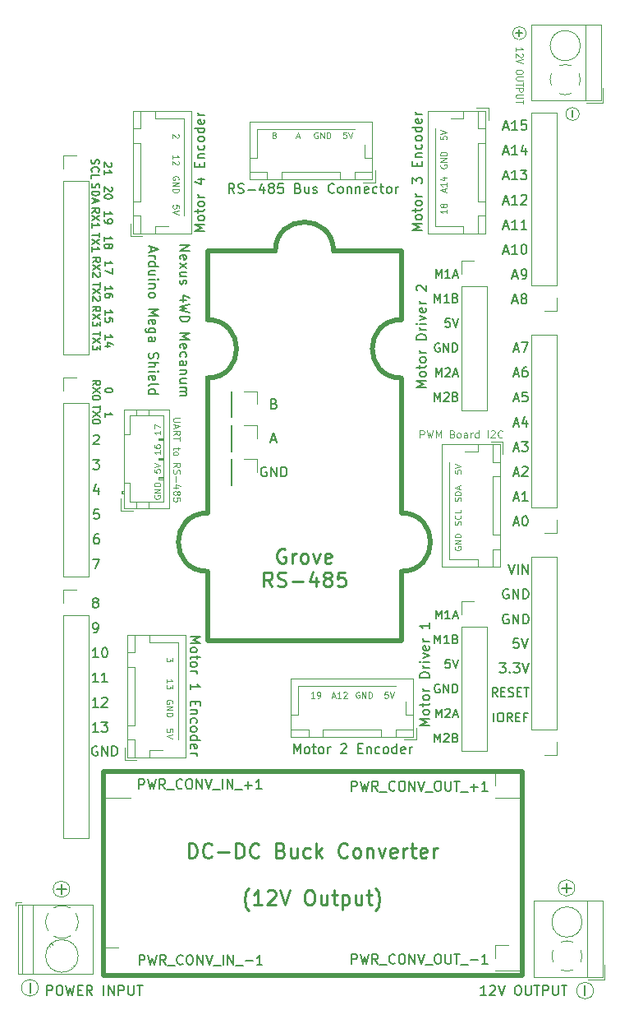
<source format=gbr>
G04 #@! TF.GenerationSoftware,KiCad,Pcbnew,5.99.0-unknown-c3175b4~86~ubuntu16.04.1*
G04 #@! TF.CreationDate,2020-08-02T18:07:17+02:00*
G04 #@! TF.ProjectId,nexus_arduino_cytron,6e657875-735f-4617-9264-75696e6f5f63,rev?*
G04 #@! TF.SameCoordinates,Original*
G04 #@! TF.FileFunction,Legend,Top*
G04 #@! TF.FilePolarity,Positive*
%FSLAX46Y46*%
G04 Gerber Fmt 4.6, Leading zero omitted, Abs format (unit mm)*
G04 Created by KiCad (PCBNEW 5.99.0-unknown-c3175b4~86~ubuntu16.04.1) date 2020-08-02 18:07:17*
%MOMM*%
%LPD*%
G04 APERTURE LIST*
%ADD10C,0.120000*%
%ADD11C,0.152400*%
%ADD12C,0.180000*%
%ADD13C,0.100000*%
%ADD14C,0.150000*%
%ADD15C,0.140000*%
%ADD16C,0.101600*%
%ADD17C,0.114300*%
%ADD18C,0.127000*%
%ADD19C,0.177800*%
%ADD20C,0.250000*%
%ADD21C,0.500000*%
%ADD22C,0.480000*%
G04 APERTURE END LIST*
D10*
X120043816Y-71158100D02*
G75*
G03X120043816Y-71158100I-676516J0D01*
G01*
D11*
X119362900Y-71480866D02*
X119362900Y-70803533D01*
X119701566Y-71142200D02*
X119024233Y-71142200D01*
X124845884Y-79799366D02*
X124845884Y-79122033D01*
D10*
X125526800Y-79476600D02*
G75*
G03X125526800Y-79476600I-676516J0D01*
G01*
D12*
X68917857Y-169920238D02*
X68917857Y-168929761D01*
D10*
X69766386Y-169425000D02*
G75*
G03X69766386Y-169425000I-866386J0D01*
G01*
X72995946Y-159270946D02*
G75*
G03X72995946Y-159270946I-845946J0D01*
G01*
D12*
X71654761Y-159263803D02*
X72645238Y-159263803D01*
X72150000Y-159759041D02*
X72150000Y-158768565D01*
D10*
X127007186Y-169713300D02*
G75*
G03X127007186Y-169713300I-866386J0D01*
G01*
X125070946Y-159145946D02*
G75*
G03X125070946Y-159145946I-845946J0D01*
G01*
D12*
X126140357Y-170179938D02*
X126140357Y-169189461D01*
X123729761Y-159138803D02*
X124720238Y-159138803D01*
X124225000Y-159634041D02*
X124225000Y-158643565D01*
D13*
X119012533Y-73022533D02*
X119012533Y-72651104D01*
X119012533Y-72836819D02*
X119712533Y-72836819D01*
X119612533Y-72774914D01*
X119545866Y-72713009D01*
X119512533Y-72651104D01*
X119645866Y-73270152D02*
X119679200Y-73301104D01*
X119712533Y-73363009D01*
X119712533Y-73517771D01*
X119679200Y-73579676D01*
X119645866Y-73610628D01*
X119579200Y-73641580D01*
X119512533Y-73641580D01*
X119412533Y-73610628D01*
X119012533Y-73239200D01*
X119012533Y-73641580D01*
X119712533Y-73827295D02*
X119012533Y-74043961D01*
X119712533Y-74260628D01*
X119712533Y-75096342D02*
X119712533Y-75220152D01*
X119679200Y-75282057D01*
X119612533Y-75343961D01*
X119479200Y-75374914D01*
X119245866Y-75374914D01*
X119112533Y-75343961D01*
X119045866Y-75282057D01*
X119012533Y-75220152D01*
X119012533Y-75096342D01*
X119045866Y-75034438D01*
X119112533Y-74972533D01*
X119245866Y-74941580D01*
X119479200Y-74941580D01*
X119612533Y-74972533D01*
X119679200Y-75034438D01*
X119712533Y-75096342D01*
X119712533Y-75653485D02*
X119145866Y-75653485D01*
X119079200Y-75684438D01*
X119045866Y-75715390D01*
X119012533Y-75777295D01*
X119012533Y-75901104D01*
X119045866Y-75963009D01*
X119079200Y-75993961D01*
X119145866Y-76024914D01*
X119712533Y-76024914D01*
X119712533Y-76241580D02*
X119712533Y-76613009D01*
X119012533Y-76427295D02*
X119712533Y-76427295D01*
X119012533Y-76829676D02*
X119712533Y-76829676D01*
X119712533Y-77077295D01*
X119679200Y-77139200D01*
X119645866Y-77170152D01*
X119579200Y-77201104D01*
X119479200Y-77201104D01*
X119412533Y-77170152D01*
X119379200Y-77139200D01*
X119345866Y-77077295D01*
X119345866Y-76829676D01*
X119712533Y-77479676D02*
X119145866Y-77479676D01*
X119079200Y-77510628D01*
X119045866Y-77541580D01*
X119012533Y-77603485D01*
X119012533Y-77727295D01*
X119045866Y-77789200D01*
X119079200Y-77820152D01*
X119145866Y-77851104D01*
X119712533Y-77851104D01*
X119712533Y-78067771D02*
X119712533Y-78439200D01*
X119012533Y-78253485D02*
X119712533Y-78253485D01*
D14*
X115940366Y-170175180D02*
X115368938Y-170175180D01*
X115654652Y-170175180D02*
X115654652Y-169175180D01*
X115559414Y-169318038D01*
X115464176Y-169413276D01*
X115368938Y-169460895D01*
X116321319Y-169270419D02*
X116368938Y-169222800D01*
X116464176Y-169175180D01*
X116702271Y-169175180D01*
X116797509Y-169222800D01*
X116845128Y-169270419D01*
X116892747Y-169365657D01*
X116892747Y-169460895D01*
X116845128Y-169603752D01*
X116273700Y-170175180D01*
X116892747Y-170175180D01*
X117178461Y-169175180D02*
X117511795Y-170175180D01*
X117845128Y-169175180D01*
X119130842Y-169175180D02*
X119321319Y-169175180D01*
X119416557Y-169222800D01*
X119511795Y-169318038D01*
X119559414Y-169508514D01*
X119559414Y-169841847D01*
X119511795Y-170032323D01*
X119416557Y-170127561D01*
X119321319Y-170175180D01*
X119130842Y-170175180D01*
X119035604Y-170127561D01*
X118940366Y-170032323D01*
X118892747Y-169841847D01*
X118892747Y-169508514D01*
X118940366Y-169318038D01*
X119035604Y-169222800D01*
X119130842Y-169175180D01*
X119987985Y-169175180D02*
X119987985Y-169984704D01*
X120035604Y-170079942D01*
X120083223Y-170127561D01*
X120178461Y-170175180D01*
X120368938Y-170175180D01*
X120464176Y-170127561D01*
X120511795Y-170079942D01*
X120559414Y-169984704D01*
X120559414Y-169175180D01*
X120892747Y-169175180D02*
X121464176Y-169175180D01*
X121178461Y-170175180D02*
X121178461Y-169175180D01*
X121797509Y-170175180D02*
X121797509Y-169175180D01*
X122178461Y-169175180D01*
X122273700Y-169222800D01*
X122321319Y-169270419D01*
X122368938Y-169365657D01*
X122368938Y-169508514D01*
X122321319Y-169603752D01*
X122273700Y-169651371D01*
X122178461Y-169698990D01*
X121797509Y-169698990D01*
X122797509Y-169175180D02*
X122797509Y-169984704D01*
X122845128Y-170079942D01*
X122892747Y-170127561D01*
X122987985Y-170175180D01*
X123178461Y-170175180D01*
X123273700Y-170127561D01*
X123321319Y-170079942D01*
X123368938Y-169984704D01*
X123368938Y-169175180D01*
X123702271Y-169175180D02*
X124273700Y-169175180D01*
X123987985Y-170175180D02*
X123987985Y-169175180D01*
X70667857Y-170177380D02*
X70667857Y-169177380D01*
X71048809Y-169177380D01*
X71144047Y-169225000D01*
X71191666Y-169272619D01*
X71239285Y-169367857D01*
X71239285Y-169510714D01*
X71191666Y-169605952D01*
X71144047Y-169653571D01*
X71048809Y-169701190D01*
X70667857Y-169701190D01*
X71858333Y-169177380D02*
X72048809Y-169177380D01*
X72144047Y-169225000D01*
X72239285Y-169320238D01*
X72286904Y-169510714D01*
X72286904Y-169844047D01*
X72239285Y-170034523D01*
X72144047Y-170129761D01*
X72048809Y-170177380D01*
X71858333Y-170177380D01*
X71763095Y-170129761D01*
X71667857Y-170034523D01*
X71620238Y-169844047D01*
X71620238Y-169510714D01*
X71667857Y-169320238D01*
X71763095Y-169225000D01*
X71858333Y-169177380D01*
X72620238Y-169177380D02*
X72858333Y-170177380D01*
X73048809Y-169463095D01*
X73239285Y-170177380D01*
X73477380Y-169177380D01*
X73858333Y-169653571D02*
X74191666Y-169653571D01*
X74334523Y-170177380D02*
X73858333Y-170177380D01*
X73858333Y-169177380D01*
X74334523Y-169177380D01*
X75334523Y-170177380D02*
X75001190Y-169701190D01*
X74763095Y-170177380D02*
X74763095Y-169177380D01*
X75144047Y-169177380D01*
X75239285Y-169225000D01*
X75286904Y-169272619D01*
X75334523Y-169367857D01*
X75334523Y-169510714D01*
X75286904Y-169605952D01*
X75239285Y-169653571D01*
X75144047Y-169701190D01*
X74763095Y-169701190D01*
X76525000Y-170177380D02*
X76525000Y-169177380D01*
X77001190Y-170177380D02*
X77001190Y-169177380D01*
X77572619Y-170177380D01*
X77572619Y-169177380D01*
X78048809Y-170177380D02*
X78048809Y-169177380D01*
X78429761Y-169177380D01*
X78525000Y-169225000D01*
X78572619Y-169272619D01*
X78620238Y-169367857D01*
X78620238Y-169510714D01*
X78572619Y-169605952D01*
X78525000Y-169653571D01*
X78429761Y-169701190D01*
X78048809Y-169701190D01*
X79048809Y-169177380D02*
X79048809Y-169986904D01*
X79096428Y-170082142D01*
X79144047Y-170129761D01*
X79239285Y-170177380D01*
X79429761Y-170177380D01*
X79525000Y-170129761D01*
X79572619Y-170082142D01*
X79620238Y-169986904D01*
X79620238Y-169177380D01*
X79953571Y-169177380D02*
X80525000Y-169177380D01*
X80239285Y-170177380D02*
X80239285Y-169177380D01*
X75838095Y-144600000D02*
X75742857Y-144552380D01*
X75600000Y-144552380D01*
X75457142Y-144600000D01*
X75361904Y-144695238D01*
X75314285Y-144790476D01*
X75266666Y-144980952D01*
X75266666Y-145123809D01*
X75314285Y-145314285D01*
X75361904Y-145409523D01*
X75457142Y-145504761D01*
X75600000Y-145552380D01*
X75695238Y-145552380D01*
X75838095Y-145504761D01*
X75885714Y-145457142D01*
X75885714Y-145123809D01*
X75695238Y-145123809D01*
X76314285Y-145552380D02*
X76314285Y-144552380D01*
X76885714Y-145552380D01*
X76885714Y-144552380D01*
X77361904Y-145552380D02*
X77361904Y-144552380D01*
X77600000Y-144552380D01*
X77742857Y-144600000D01*
X77838095Y-144695238D01*
X77885714Y-144790476D01*
X77933333Y-144980952D01*
X77933333Y-145123809D01*
X77885714Y-145314285D01*
X77838095Y-145409523D01*
X77742857Y-145504761D01*
X77600000Y-145552380D01*
X77361904Y-145552380D01*
X75554761Y-129730952D02*
X75459523Y-129683333D01*
X75411904Y-129635714D01*
X75364285Y-129540476D01*
X75364285Y-129492857D01*
X75411904Y-129397619D01*
X75459523Y-129350000D01*
X75554761Y-129302380D01*
X75745238Y-129302380D01*
X75840476Y-129350000D01*
X75888095Y-129397619D01*
X75935714Y-129492857D01*
X75935714Y-129540476D01*
X75888095Y-129635714D01*
X75840476Y-129683333D01*
X75745238Y-129730952D01*
X75554761Y-129730952D01*
X75459523Y-129778571D01*
X75411904Y-129826190D01*
X75364285Y-129921428D01*
X75364285Y-130111904D01*
X75411904Y-130207142D01*
X75459523Y-130254761D01*
X75554761Y-130302380D01*
X75745238Y-130302380D01*
X75840476Y-130254761D01*
X75888095Y-130207142D01*
X75935714Y-130111904D01*
X75935714Y-129921428D01*
X75888095Y-129826190D01*
X75840476Y-129778571D01*
X75745238Y-129730952D01*
X75935714Y-140520436D02*
X75364286Y-140520436D01*
X75650000Y-140520436D02*
X75650000Y-139520436D01*
X75554762Y-139663294D01*
X75459524Y-139758532D01*
X75364286Y-139806151D01*
X76316667Y-139615675D02*
X76364286Y-139568056D01*
X76459524Y-139520436D01*
X76697619Y-139520436D01*
X76792857Y-139568056D01*
X76840476Y-139615675D01*
X76888095Y-139710913D01*
X76888095Y-139806151D01*
X76840476Y-139949008D01*
X76269048Y-140520436D01*
X76888095Y-140520436D01*
X75459523Y-132856894D02*
X75650000Y-132856894D01*
X75745238Y-132809275D01*
X75792857Y-132761656D01*
X75888095Y-132618799D01*
X75935714Y-132428323D01*
X75935714Y-132047371D01*
X75888095Y-131952133D01*
X75840476Y-131904514D01*
X75745238Y-131856894D01*
X75554761Y-131856894D01*
X75459523Y-131904514D01*
X75411904Y-131952133D01*
X75364285Y-132047371D01*
X75364285Y-132285466D01*
X75411904Y-132380704D01*
X75459523Y-132428323D01*
X75554761Y-132475942D01*
X75745238Y-132475942D01*
X75840476Y-132428323D01*
X75888095Y-132380704D01*
X75935714Y-132285466D01*
X75935714Y-137965922D02*
X75364286Y-137965922D01*
X75650000Y-137965922D02*
X75650000Y-136965922D01*
X75554762Y-137108780D01*
X75459524Y-137204018D01*
X75364286Y-137251637D01*
X76888095Y-137965922D02*
X76316667Y-137965922D01*
X76602381Y-137965922D02*
X76602381Y-136965922D01*
X76507143Y-137108780D01*
X76411905Y-137204018D01*
X76316667Y-137251637D01*
X75935714Y-135411408D02*
X75364286Y-135411408D01*
X75650000Y-135411408D02*
X75650000Y-134411408D01*
X75554762Y-134554266D01*
X75459524Y-134649504D01*
X75364286Y-134697123D01*
X76554762Y-134411408D02*
X76650000Y-134411408D01*
X76745238Y-134459028D01*
X76792857Y-134506647D01*
X76840476Y-134601885D01*
X76888095Y-134792361D01*
X76888095Y-135030456D01*
X76840476Y-135220932D01*
X76792857Y-135316170D01*
X76745238Y-135363789D01*
X76650000Y-135411408D01*
X76554762Y-135411408D01*
X76459524Y-135363789D01*
X76411905Y-135316170D01*
X76364286Y-135220932D01*
X76316667Y-135030456D01*
X76316667Y-134792361D01*
X76364286Y-134601885D01*
X76411905Y-134506647D01*
X76459524Y-134459028D01*
X76554762Y-134411408D01*
X75935714Y-143074952D02*
X75364286Y-143074952D01*
X75650000Y-143074952D02*
X75650000Y-142074952D01*
X75554762Y-142217810D01*
X75459524Y-142313048D01*
X75364286Y-142360667D01*
X76269048Y-142074952D02*
X76888095Y-142074952D01*
X76554762Y-142455905D01*
X76697619Y-142455905D01*
X76792857Y-142503524D01*
X76840476Y-142551143D01*
X76888095Y-142646381D01*
X76888095Y-142884476D01*
X76840476Y-142979714D01*
X76792857Y-143027333D01*
X76697619Y-143074952D01*
X76411905Y-143074952D01*
X76316667Y-143027333D01*
X76269048Y-142979714D01*
X75416666Y-115056894D02*
X76035714Y-115056894D01*
X75702380Y-115437847D01*
X75845238Y-115437847D01*
X75940476Y-115485466D01*
X75988095Y-115533085D01*
X76035714Y-115628323D01*
X76035714Y-115866418D01*
X75988095Y-115961656D01*
X75940476Y-116009275D01*
X75845238Y-116056894D01*
X75559523Y-116056894D01*
X75464285Y-116009275D01*
X75416666Y-115961656D01*
X75988095Y-120165922D02*
X75511904Y-120165922D01*
X75464285Y-120642113D01*
X75511904Y-120594494D01*
X75607142Y-120546875D01*
X75845238Y-120546875D01*
X75940476Y-120594494D01*
X75988095Y-120642113D01*
X76035714Y-120737351D01*
X76035714Y-120975446D01*
X75988095Y-121070684D01*
X75940476Y-121118303D01*
X75845238Y-121165922D01*
X75607142Y-121165922D01*
X75511904Y-121118303D01*
X75464285Y-121070684D01*
X75464285Y-112597619D02*
X75511904Y-112550000D01*
X75607142Y-112502380D01*
X75845238Y-112502380D01*
X75940476Y-112550000D01*
X75988095Y-112597619D01*
X76035714Y-112692857D01*
X76035714Y-112788095D01*
X75988095Y-112930952D01*
X75416666Y-113502380D01*
X76035714Y-113502380D01*
X75940476Y-122720436D02*
X75750000Y-122720436D01*
X75654761Y-122768056D01*
X75607142Y-122815675D01*
X75511904Y-122958532D01*
X75464285Y-123149008D01*
X75464285Y-123529960D01*
X75511904Y-123625198D01*
X75559523Y-123672817D01*
X75654761Y-123720436D01*
X75845238Y-123720436D01*
X75940476Y-123672817D01*
X75988095Y-123625198D01*
X76035714Y-123529960D01*
X76035714Y-123291865D01*
X75988095Y-123196627D01*
X75940476Y-123149008D01*
X75845238Y-123101389D01*
X75654761Y-123101389D01*
X75559523Y-123149008D01*
X75511904Y-123196627D01*
X75464285Y-123291865D01*
X75940476Y-117944742D02*
X75940476Y-118611408D01*
X75702380Y-117563789D02*
X75464285Y-118278075D01*
X76083333Y-118278075D01*
X75416666Y-125274952D02*
X76083333Y-125274952D01*
X75654761Y-126274952D01*
D15*
X77432095Y-107861904D02*
X77432095Y-107938095D01*
X77394000Y-108014285D01*
X77355904Y-108052380D01*
X77279714Y-108090476D01*
X77127333Y-108128571D01*
X76936857Y-108128571D01*
X76784476Y-108090476D01*
X76708285Y-108052380D01*
X76670190Y-108014285D01*
X76632095Y-107938095D01*
X76632095Y-107861904D01*
X76670190Y-107785714D01*
X76708285Y-107747619D01*
X76784476Y-107709523D01*
X76936857Y-107671428D01*
X77127333Y-107671428D01*
X77279714Y-107709523D01*
X77355904Y-107747619D01*
X77394000Y-107785714D01*
X77432095Y-107861904D01*
X75344095Y-107385714D02*
X75725047Y-107119047D01*
X75344095Y-106928571D02*
X76144095Y-106928571D01*
X76144095Y-107233333D01*
X76106000Y-107309523D01*
X76067904Y-107347619D01*
X75991714Y-107385714D01*
X75877428Y-107385714D01*
X75801238Y-107347619D01*
X75763142Y-107309523D01*
X75725047Y-107233333D01*
X75725047Y-106928571D01*
X76144095Y-107652380D02*
X75344095Y-108185714D01*
X76144095Y-108185714D02*
X75344095Y-107652380D01*
X76144095Y-108642857D02*
X76144095Y-108719047D01*
X76106000Y-108795238D01*
X76067904Y-108833333D01*
X75991714Y-108871428D01*
X75839333Y-108909523D01*
X75648857Y-108909523D01*
X75496476Y-108871428D01*
X75420285Y-108833333D01*
X75382190Y-108795238D01*
X75344095Y-108719047D01*
X75344095Y-108642857D01*
X75382190Y-108566666D01*
X75420285Y-108528571D01*
X75496476Y-108490476D01*
X75648857Y-108452380D01*
X75839333Y-108452380D01*
X75991714Y-108490476D01*
X76067904Y-108528571D01*
X76106000Y-108566666D01*
X76144095Y-108642857D01*
X76632095Y-110678571D02*
X76632095Y-110221428D01*
X76632095Y-110450000D02*
X77432095Y-110450000D01*
X77317809Y-110373809D01*
X77241619Y-110297619D01*
X77203523Y-110221428D01*
X76144095Y-109459523D02*
X76144095Y-109916666D01*
X75344095Y-109688095D02*
X76144095Y-109688095D01*
X76144095Y-110107142D02*
X75344095Y-110640476D01*
X76144095Y-110640476D02*
X75344095Y-110107142D01*
X76144095Y-111097619D02*
X76144095Y-111173809D01*
X76106000Y-111250000D01*
X76067904Y-111288095D01*
X75991714Y-111326190D01*
X75839333Y-111364285D01*
X75648857Y-111364285D01*
X75496476Y-111326190D01*
X75420285Y-111288095D01*
X75382190Y-111250000D01*
X75344095Y-111173809D01*
X75344095Y-111097619D01*
X75382190Y-111021428D01*
X75420285Y-110983333D01*
X75496476Y-110945238D01*
X75648857Y-110907142D01*
X75839333Y-110907142D01*
X75991714Y-110945238D01*
X76067904Y-110983333D01*
X76106000Y-111021428D01*
X76144095Y-111097619D01*
X76632095Y-102697619D02*
X76632095Y-102240476D01*
X76632095Y-102469047D02*
X77432095Y-102469047D01*
X77317809Y-102392857D01*
X77241619Y-102316666D01*
X77203523Y-102240476D01*
X77165428Y-103383333D02*
X76632095Y-103383333D01*
X77470190Y-103192857D02*
X76898761Y-103002380D01*
X76898761Y-103497619D01*
X76144095Y-101859523D02*
X76144095Y-102316666D01*
X75344095Y-102088095D02*
X76144095Y-102088095D01*
X76144095Y-102507142D02*
X75344095Y-103040476D01*
X76144095Y-103040476D02*
X75344095Y-102507142D01*
X76144095Y-103269047D02*
X76144095Y-103764285D01*
X75839333Y-103497619D01*
X75839333Y-103611904D01*
X75801238Y-103688095D01*
X75763142Y-103726190D01*
X75686952Y-103764285D01*
X75496476Y-103764285D01*
X75420285Y-103726190D01*
X75382190Y-103688095D01*
X75344095Y-103611904D01*
X75344095Y-103383333D01*
X75382190Y-103307142D01*
X75420285Y-103269047D01*
X76632095Y-100147619D02*
X76632095Y-99690476D01*
X76632095Y-99919047D02*
X77432095Y-99919047D01*
X77317809Y-99842857D01*
X77241619Y-99766666D01*
X77203523Y-99690476D01*
X77432095Y-100871428D02*
X77432095Y-100490476D01*
X77051142Y-100452380D01*
X77089238Y-100490476D01*
X77127333Y-100566666D01*
X77127333Y-100757142D01*
X77089238Y-100833333D01*
X77051142Y-100871428D01*
X76974952Y-100909523D01*
X76784476Y-100909523D01*
X76708285Y-100871428D01*
X76670190Y-100833333D01*
X76632095Y-100757142D01*
X76632095Y-100566666D01*
X76670190Y-100490476D01*
X76708285Y-100452380D01*
X75344095Y-99785714D02*
X75725047Y-99519047D01*
X75344095Y-99328571D02*
X76144095Y-99328571D01*
X76144095Y-99633333D01*
X76106000Y-99709523D01*
X76067904Y-99747619D01*
X75991714Y-99785714D01*
X75877428Y-99785714D01*
X75801238Y-99747619D01*
X75763142Y-99709523D01*
X75725047Y-99633333D01*
X75725047Y-99328571D01*
X76144095Y-100052380D02*
X75344095Y-100585714D01*
X76144095Y-100585714D02*
X75344095Y-100052380D01*
X76144095Y-100814285D02*
X76144095Y-101309523D01*
X75839333Y-101042857D01*
X75839333Y-101157142D01*
X75801238Y-101233333D01*
X75763142Y-101271428D01*
X75686952Y-101309523D01*
X75496476Y-101309523D01*
X75420285Y-101271428D01*
X75382190Y-101233333D01*
X75344095Y-101157142D01*
X75344095Y-100928571D01*
X75382190Y-100852380D01*
X75420285Y-100814285D01*
X76632095Y-95097619D02*
X76632095Y-94640476D01*
X76632095Y-94869047D02*
X77432095Y-94869047D01*
X77317809Y-94792857D01*
X77241619Y-94716666D01*
X77203523Y-94640476D01*
X77432095Y-95364285D02*
X77432095Y-95897619D01*
X76632095Y-95554761D01*
X75344095Y-94735714D02*
X75725047Y-94469047D01*
X75344095Y-94278571D02*
X76144095Y-94278571D01*
X76144095Y-94583333D01*
X76106000Y-94659523D01*
X76067904Y-94697619D01*
X75991714Y-94735714D01*
X75877428Y-94735714D01*
X75801238Y-94697619D01*
X75763142Y-94659523D01*
X75725047Y-94583333D01*
X75725047Y-94278571D01*
X76144095Y-95002380D02*
X75344095Y-95535714D01*
X76144095Y-95535714D02*
X75344095Y-95002380D01*
X76067904Y-95802380D02*
X76106000Y-95840476D01*
X76144095Y-95916666D01*
X76144095Y-96107142D01*
X76106000Y-96183333D01*
X76067904Y-96221428D01*
X75991714Y-96259523D01*
X75915523Y-96259523D01*
X75801238Y-96221428D01*
X75344095Y-95764285D01*
X75344095Y-96259523D01*
X76632095Y-97647619D02*
X76632095Y-97190476D01*
X76632095Y-97419047D02*
X77432095Y-97419047D01*
X77317809Y-97342857D01*
X77241619Y-97266666D01*
X77203523Y-97190476D01*
X77432095Y-98333333D02*
X77432095Y-98180952D01*
X77394000Y-98104761D01*
X77355904Y-98066666D01*
X77241619Y-97990476D01*
X77089238Y-97952380D01*
X76784476Y-97952380D01*
X76708285Y-97990476D01*
X76670190Y-98028571D01*
X76632095Y-98104761D01*
X76632095Y-98257142D01*
X76670190Y-98333333D01*
X76708285Y-98371428D01*
X76784476Y-98409523D01*
X76974952Y-98409523D01*
X77051142Y-98371428D01*
X77089238Y-98333333D01*
X77127333Y-98257142D01*
X77127333Y-98104761D01*
X77089238Y-98028571D01*
X77051142Y-97990476D01*
X76974952Y-97952380D01*
X76144095Y-96809523D02*
X76144095Y-97266666D01*
X75344095Y-97038095D02*
X76144095Y-97038095D01*
X76144095Y-97457142D02*
X75344095Y-97990476D01*
X76144095Y-97990476D02*
X75344095Y-97457142D01*
X76067904Y-98257142D02*
X76106000Y-98295238D01*
X76144095Y-98371428D01*
X76144095Y-98561904D01*
X76106000Y-98638095D01*
X76067904Y-98676190D01*
X75991714Y-98714285D01*
X75915523Y-98714285D01*
X75801238Y-98676190D01*
X75344095Y-98219047D01*
X75344095Y-98714285D01*
X76582095Y-92547619D02*
X76582095Y-92090476D01*
X76582095Y-92319047D02*
X77382095Y-92319047D01*
X77267809Y-92242857D01*
X77191619Y-92166666D01*
X77153523Y-92090476D01*
X77039238Y-93004761D02*
X77077333Y-92928571D01*
X77115428Y-92890476D01*
X77191619Y-92852380D01*
X77229714Y-92852380D01*
X77305904Y-92890476D01*
X77344000Y-92928571D01*
X77382095Y-93004761D01*
X77382095Y-93157142D01*
X77344000Y-93233333D01*
X77305904Y-93271428D01*
X77229714Y-93309523D01*
X77191619Y-93309523D01*
X77115428Y-93271428D01*
X77077333Y-93233333D01*
X77039238Y-93157142D01*
X77039238Y-93004761D01*
X77001142Y-92928571D01*
X76963047Y-92890476D01*
X76886857Y-92852380D01*
X76734476Y-92852380D01*
X76658285Y-92890476D01*
X76620190Y-92928571D01*
X76582095Y-93004761D01*
X76582095Y-93157142D01*
X76620190Y-93233333D01*
X76658285Y-93271428D01*
X76734476Y-93309523D01*
X76886857Y-93309523D01*
X76963047Y-93271428D01*
X77001142Y-93233333D01*
X77039238Y-93157142D01*
X76094095Y-91709523D02*
X76094095Y-92166666D01*
X75294095Y-91938095D02*
X76094095Y-91938095D01*
X76094095Y-92357142D02*
X75294095Y-92890476D01*
X76094095Y-92890476D02*
X75294095Y-92357142D01*
X75294095Y-93614285D02*
X75294095Y-93157142D01*
X75294095Y-93385714D02*
X76094095Y-93385714D01*
X75979809Y-93309523D01*
X75903619Y-93233333D01*
X75865523Y-93157142D01*
X76582095Y-89997619D02*
X76582095Y-89540476D01*
X76582095Y-89769047D02*
X77382095Y-89769047D01*
X77267809Y-89692857D01*
X77191619Y-89616666D01*
X77153523Y-89540476D01*
X76582095Y-90378571D02*
X76582095Y-90530952D01*
X76620190Y-90607142D01*
X76658285Y-90645238D01*
X76772571Y-90721428D01*
X76924952Y-90759523D01*
X77229714Y-90759523D01*
X77305904Y-90721428D01*
X77344000Y-90683333D01*
X77382095Y-90607142D01*
X77382095Y-90454761D01*
X77344000Y-90378571D01*
X77305904Y-90340476D01*
X77229714Y-90302380D01*
X77039238Y-90302380D01*
X76963047Y-90340476D01*
X76924952Y-90378571D01*
X76886857Y-90454761D01*
X76886857Y-90607142D01*
X76924952Y-90683333D01*
X76963047Y-90721428D01*
X77039238Y-90759523D01*
X75294095Y-89635714D02*
X75675047Y-89369047D01*
X75294095Y-89178571D02*
X76094095Y-89178571D01*
X76094095Y-89483333D01*
X76056000Y-89559523D01*
X76017904Y-89597619D01*
X75941714Y-89635714D01*
X75827428Y-89635714D01*
X75751238Y-89597619D01*
X75713142Y-89559523D01*
X75675047Y-89483333D01*
X75675047Y-89178571D01*
X76094095Y-89902380D02*
X75294095Y-90435714D01*
X76094095Y-90435714D02*
X75294095Y-89902380D01*
X75294095Y-91159523D02*
X75294095Y-90702380D01*
X75294095Y-90930952D02*
X76094095Y-90930952D01*
X75979809Y-90854761D01*
X75903619Y-90778571D01*
X75865523Y-90702380D01*
X77255904Y-84490476D02*
X77294000Y-84528571D01*
X77332095Y-84604761D01*
X77332095Y-84795238D01*
X77294000Y-84871428D01*
X77255904Y-84909523D01*
X77179714Y-84947619D01*
X77103523Y-84947619D01*
X76989238Y-84909523D01*
X76532095Y-84452380D01*
X76532095Y-84947619D01*
X76532095Y-85709523D02*
X76532095Y-85252380D01*
X76532095Y-85480952D02*
X77332095Y-85480952D01*
X77217809Y-85404761D01*
X77141619Y-85328571D01*
X77103523Y-85252380D01*
X75282190Y-84147619D02*
X75244095Y-84261904D01*
X75244095Y-84452380D01*
X75282190Y-84528571D01*
X75320285Y-84566666D01*
X75396476Y-84604761D01*
X75472666Y-84604761D01*
X75548857Y-84566666D01*
X75586952Y-84528571D01*
X75625047Y-84452380D01*
X75663142Y-84300000D01*
X75701238Y-84223809D01*
X75739333Y-84185714D01*
X75815523Y-84147619D01*
X75891714Y-84147619D01*
X75967904Y-84185714D01*
X76006000Y-84223809D01*
X76044095Y-84300000D01*
X76044095Y-84490476D01*
X76006000Y-84604761D01*
X75320285Y-85404761D02*
X75282190Y-85366666D01*
X75244095Y-85252380D01*
X75244095Y-85176190D01*
X75282190Y-85061904D01*
X75358380Y-84985714D01*
X75434571Y-84947619D01*
X75586952Y-84909523D01*
X75701238Y-84909523D01*
X75853619Y-84947619D01*
X75929809Y-84985714D01*
X76006000Y-85061904D01*
X76044095Y-85176190D01*
X76044095Y-85252380D01*
X76006000Y-85366666D01*
X75967904Y-85404761D01*
X75244095Y-86128571D02*
X75244095Y-85747619D01*
X76044095Y-85747619D01*
X77305904Y-86990476D02*
X77344000Y-87028571D01*
X77382095Y-87104761D01*
X77382095Y-87295238D01*
X77344000Y-87371428D01*
X77305904Y-87409523D01*
X77229714Y-87447619D01*
X77153523Y-87447619D01*
X77039238Y-87409523D01*
X76582095Y-86952380D01*
X76582095Y-87447619D01*
X77382095Y-87942857D02*
X77382095Y-88019047D01*
X77344000Y-88095238D01*
X77305904Y-88133333D01*
X77229714Y-88171428D01*
X77077333Y-88209523D01*
X76886857Y-88209523D01*
X76734476Y-88171428D01*
X76658285Y-88133333D01*
X76620190Y-88095238D01*
X76582095Y-88019047D01*
X76582095Y-87942857D01*
X76620190Y-87866666D01*
X76658285Y-87828571D01*
X76734476Y-87790476D01*
X76886857Y-87752380D01*
X77077333Y-87752380D01*
X77229714Y-87790476D01*
X77305904Y-87828571D01*
X77344000Y-87866666D01*
X77382095Y-87942857D01*
X75332190Y-86628571D02*
X75294095Y-86742857D01*
X75294095Y-86933333D01*
X75332190Y-87009523D01*
X75370285Y-87047619D01*
X75446476Y-87085714D01*
X75522666Y-87085714D01*
X75598857Y-87047619D01*
X75636952Y-87009523D01*
X75675047Y-86933333D01*
X75713142Y-86780952D01*
X75751238Y-86704761D01*
X75789333Y-86666666D01*
X75865523Y-86628571D01*
X75941714Y-86628571D01*
X76017904Y-86666666D01*
X76056000Y-86704761D01*
X76094095Y-86780952D01*
X76094095Y-86971428D01*
X76056000Y-87085714D01*
X75294095Y-87428571D02*
X76094095Y-87428571D01*
X76094095Y-87619047D01*
X76056000Y-87733333D01*
X75979809Y-87809523D01*
X75903619Y-87847619D01*
X75751238Y-87885714D01*
X75636952Y-87885714D01*
X75484571Y-87847619D01*
X75408380Y-87809523D01*
X75332190Y-87733333D01*
X75294095Y-87619047D01*
X75294095Y-87428571D01*
X75522666Y-88190476D02*
X75522666Y-88571428D01*
X75294095Y-88114285D02*
X76094095Y-88380952D01*
X75294095Y-88647619D01*
D14*
X116735714Y-142007142D02*
X116735714Y-141107142D01*
X117335714Y-141107142D02*
X117507142Y-141107142D01*
X117592857Y-141150000D01*
X117678571Y-141235714D01*
X117721428Y-141407142D01*
X117721428Y-141707142D01*
X117678571Y-141878571D01*
X117592857Y-141964285D01*
X117507142Y-142007142D01*
X117335714Y-142007142D01*
X117250000Y-141964285D01*
X117164285Y-141878571D01*
X117121428Y-141707142D01*
X117121428Y-141407142D01*
X117164285Y-141235714D01*
X117250000Y-141150000D01*
X117335714Y-141107142D01*
X118621428Y-142007142D02*
X118321428Y-141578571D01*
X118107142Y-142007142D02*
X118107142Y-141107142D01*
X118450000Y-141107142D01*
X118535714Y-141150000D01*
X118578571Y-141192857D01*
X118621428Y-141278571D01*
X118621428Y-141407142D01*
X118578571Y-141492857D01*
X118535714Y-141535714D01*
X118450000Y-141578571D01*
X118107142Y-141578571D01*
X119007142Y-141535714D02*
X119307142Y-141535714D01*
X119435714Y-142007142D02*
X119007142Y-142007142D01*
X119007142Y-141107142D01*
X119435714Y-141107142D01*
X120121428Y-141535714D02*
X119821428Y-141535714D01*
X119821428Y-142007142D02*
X119821428Y-141107142D01*
X120250000Y-141107142D01*
X96102380Y-145302380D02*
X96102380Y-144302380D01*
X96435714Y-145016666D01*
X96769047Y-144302380D01*
X96769047Y-145302380D01*
X97388095Y-145302380D02*
X97292857Y-145254761D01*
X97245238Y-145207142D01*
X97197619Y-145111904D01*
X97197619Y-144826190D01*
X97245238Y-144730952D01*
X97292857Y-144683333D01*
X97388095Y-144635714D01*
X97530952Y-144635714D01*
X97626190Y-144683333D01*
X97673809Y-144730952D01*
X97721428Y-144826190D01*
X97721428Y-145111904D01*
X97673809Y-145207142D01*
X97626190Y-145254761D01*
X97530952Y-145302380D01*
X97388095Y-145302380D01*
X98007142Y-144635714D02*
X98388095Y-144635714D01*
X98150000Y-144302380D02*
X98150000Y-145159523D01*
X98197619Y-145254761D01*
X98292857Y-145302380D01*
X98388095Y-145302380D01*
X98864285Y-145302380D02*
X98769047Y-145254761D01*
X98721428Y-145207142D01*
X98673809Y-145111904D01*
X98673809Y-144826190D01*
X98721428Y-144730952D01*
X98769047Y-144683333D01*
X98864285Y-144635714D01*
X99007142Y-144635714D01*
X99102380Y-144683333D01*
X99150000Y-144730952D01*
X99197619Y-144826190D01*
X99197619Y-145111904D01*
X99150000Y-145207142D01*
X99102380Y-145254761D01*
X99007142Y-145302380D01*
X98864285Y-145302380D01*
X99626190Y-145302380D02*
X99626190Y-144635714D01*
X99626190Y-144826190D02*
X99673809Y-144730952D01*
X99721428Y-144683333D01*
X99816666Y-144635714D01*
X99911904Y-144635714D01*
X100959523Y-144397619D02*
X101007142Y-144350000D01*
X101102380Y-144302380D01*
X101340476Y-144302380D01*
X101435714Y-144350000D01*
X101483333Y-144397619D01*
X101530952Y-144492857D01*
X101530952Y-144588095D01*
X101483333Y-144730952D01*
X100911904Y-145302380D01*
X101530952Y-145302380D01*
X102721428Y-144778571D02*
X103054761Y-144778571D01*
X103197619Y-145302380D02*
X102721428Y-145302380D01*
X102721428Y-144302380D01*
X103197619Y-144302380D01*
X103626190Y-144635714D02*
X103626190Y-145302380D01*
X103626190Y-144730952D02*
X103673809Y-144683333D01*
X103769047Y-144635714D01*
X103911904Y-144635714D01*
X104007142Y-144683333D01*
X104054761Y-144778571D01*
X104054761Y-145302380D01*
X104959523Y-145254761D02*
X104864285Y-145302380D01*
X104673809Y-145302380D01*
X104578571Y-145254761D01*
X104530952Y-145207142D01*
X104483333Y-145111904D01*
X104483333Y-144826190D01*
X104530952Y-144730952D01*
X104578571Y-144683333D01*
X104673809Y-144635714D01*
X104864285Y-144635714D01*
X104959523Y-144683333D01*
X105530952Y-145302380D02*
X105435714Y-145254761D01*
X105388095Y-145207142D01*
X105340476Y-145111904D01*
X105340476Y-144826190D01*
X105388095Y-144730952D01*
X105435714Y-144683333D01*
X105530952Y-144635714D01*
X105673809Y-144635714D01*
X105769047Y-144683333D01*
X105816666Y-144730952D01*
X105864285Y-144826190D01*
X105864285Y-145111904D01*
X105816666Y-145207142D01*
X105769047Y-145254761D01*
X105673809Y-145302380D01*
X105530952Y-145302380D01*
X106721428Y-145302380D02*
X106721428Y-144302380D01*
X106721428Y-145254761D02*
X106626190Y-145302380D01*
X106435714Y-145302380D01*
X106340476Y-145254761D01*
X106292857Y-145207142D01*
X106245238Y-145111904D01*
X106245238Y-144826190D01*
X106292857Y-144730952D01*
X106340476Y-144683333D01*
X106435714Y-144635714D01*
X106626190Y-144635714D01*
X106721428Y-144683333D01*
X107578571Y-145254761D02*
X107483333Y-145302380D01*
X107292857Y-145302380D01*
X107197619Y-145254761D01*
X107150000Y-145159523D01*
X107150000Y-144778571D01*
X107197619Y-144683333D01*
X107292857Y-144635714D01*
X107483333Y-144635714D01*
X107578571Y-144683333D01*
X107626190Y-144778571D01*
X107626190Y-144873809D01*
X107150000Y-144969047D01*
X108054761Y-145302380D02*
X108054761Y-144635714D01*
X108054761Y-144826190D02*
X108102380Y-144730952D01*
X108150000Y-144683333D01*
X108245238Y-144635714D01*
X108340476Y-144635714D01*
X85447619Y-133302380D02*
X86447619Y-133302380D01*
X85733333Y-133635714D01*
X86447619Y-133969047D01*
X85447619Y-133969047D01*
X85447619Y-134588095D02*
X85495238Y-134492857D01*
X85542857Y-134445238D01*
X85638095Y-134397619D01*
X85923809Y-134397619D01*
X86019047Y-134445238D01*
X86066666Y-134492857D01*
X86114285Y-134588095D01*
X86114285Y-134730952D01*
X86066666Y-134826190D01*
X86019047Y-134873809D01*
X85923809Y-134921428D01*
X85638095Y-134921428D01*
X85542857Y-134873809D01*
X85495238Y-134826190D01*
X85447619Y-134730952D01*
X85447619Y-134588095D01*
X86114285Y-135207142D02*
X86114285Y-135588095D01*
X86447619Y-135350000D02*
X85590476Y-135350000D01*
X85495238Y-135397619D01*
X85447619Y-135492857D01*
X85447619Y-135588095D01*
X85447619Y-136064285D02*
X85495238Y-135969047D01*
X85542857Y-135921428D01*
X85638095Y-135873809D01*
X85923809Y-135873809D01*
X86019047Y-135921428D01*
X86066666Y-135969047D01*
X86114285Y-136064285D01*
X86114285Y-136207142D01*
X86066666Y-136302380D01*
X86019047Y-136350000D01*
X85923809Y-136397619D01*
X85638095Y-136397619D01*
X85542857Y-136350000D01*
X85495238Y-136302380D01*
X85447619Y-136207142D01*
X85447619Y-136064285D01*
X85447619Y-136826190D02*
X86114285Y-136826190D01*
X85923809Y-136826190D02*
X86019047Y-136873809D01*
X86066666Y-136921428D01*
X86114285Y-137016666D01*
X86114285Y-137111904D01*
X85447619Y-138730952D02*
X85447619Y-138159523D01*
X85447619Y-138445238D02*
X86447619Y-138445238D01*
X86304761Y-138350000D01*
X86209523Y-138254761D01*
X86161904Y-138159523D01*
X85971428Y-139921428D02*
X85971428Y-140254761D01*
X85447619Y-140397619D02*
X85447619Y-139921428D01*
X86447619Y-139921428D01*
X86447619Y-140397619D01*
X86114285Y-140826190D02*
X85447619Y-140826190D01*
X86019047Y-140826190D02*
X86066666Y-140873809D01*
X86114285Y-140969047D01*
X86114285Y-141111904D01*
X86066666Y-141207142D01*
X85971428Y-141254761D01*
X85447619Y-141254761D01*
X85495238Y-142159523D02*
X85447619Y-142064285D01*
X85447619Y-141873809D01*
X85495238Y-141778571D01*
X85542857Y-141730952D01*
X85638095Y-141683333D01*
X85923809Y-141683333D01*
X86019047Y-141730952D01*
X86066666Y-141778571D01*
X86114285Y-141873809D01*
X86114285Y-142064285D01*
X86066666Y-142159523D01*
X85447619Y-142730952D02*
X85495238Y-142635714D01*
X85542857Y-142588095D01*
X85638095Y-142540476D01*
X85923809Y-142540476D01*
X86019047Y-142588095D01*
X86066666Y-142635714D01*
X86114285Y-142730952D01*
X86114285Y-142873809D01*
X86066666Y-142969047D01*
X86019047Y-143016666D01*
X85923809Y-143064285D01*
X85638095Y-143064285D01*
X85542857Y-143016666D01*
X85495238Y-142969047D01*
X85447619Y-142873809D01*
X85447619Y-142730952D01*
X85447619Y-143921428D02*
X86447619Y-143921428D01*
X85495238Y-143921428D02*
X85447619Y-143826190D01*
X85447619Y-143635714D01*
X85495238Y-143540476D01*
X85542857Y-143492857D01*
X85638095Y-143445238D01*
X85923809Y-143445238D01*
X86019047Y-143492857D01*
X86066666Y-143540476D01*
X86114285Y-143635714D01*
X86114285Y-143826190D01*
X86066666Y-143921428D01*
X85495238Y-144778571D02*
X85447619Y-144683333D01*
X85447619Y-144492857D01*
X85495238Y-144397619D01*
X85590476Y-144350000D01*
X85971428Y-144350000D01*
X86066666Y-144397619D01*
X86114285Y-144492857D01*
X86114285Y-144683333D01*
X86066666Y-144778571D01*
X85971428Y-144826190D01*
X85876190Y-144826190D01*
X85780952Y-144350000D01*
X85447619Y-145254761D02*
X86114285Y-145254761D01*
X85923809Y-145254761D02*
X86019047Y-145302380D01*
X86066666Y-145350000D01*
X86114285Y-145445238D01*
X86114285Y-145540476D01*
D10*
X84383333Y-110766666D02*
X83816666Y-110766666D01*
X83750000Y-110800000D01*
X83716666Y-110833333D01*
X83683333Y-110900000D01*
X83683333Y-111033333D01*
X83716666Y-111100000D01*
X83750000Y-111133333D01*
X83816666Y-111166666D01*
X84383333Y-111166666D01*
X83883333Y-111466666D02*
X83883333Y-111800000D01*
X83683333Y-111400000D02*
X84383333Y-111633333D01*
X83683333Y-111866666D01*
X83683333Y-112500000D02*
X84016666Y-112266666D01*
X83683333Y-112100000D02*
X84383333Y-112100000D01*
X84383333Y-112366666D01*
X84350000Y-112433333D01*
X84316666Y-112466666D01*
X84250000Y-112500000D01*
X84150000Y-112500000D01*
X84083333Y-112466666D01*
X84050000Y-112433333D01*
X84016666Y-112366666D01*
X84016666Y-112100000D01*
X84383333Y-112700000D02*
X84383333Y-113100000D01*
X83683333Y-112900000D02*
X84383333Y-112900000D01*
X84150000Y-113766666D02*
X84150000Y-114033333D01*
X84383333Y-113866666D02*
X83783333Y-113866666D01*
X83716666Y-113900000D01*
X83683333Y-113966666D01*
X83683333Y-114033333D01*
X83683333Y-114366666D02*
X83716666Y-114300000D01*
X83750000Y-114266666D01*
X83816666Y-114233333D01*
X84016666Y-114233333D01*
X84083333Y-114266666D01*
X84116666Y-114300000D01*
X84150000Y-114366666D01*
X84150000Y-114466666D01*
X84116666Y-114533333D01*
X84083333Y-114566666D01*
X84016666Y-114600000D01*
X83816666Y-114600000D01*
X83750000Y-114566666D01*
X83716666Y-114533333D01*
X83683333Y-114466666D01*
X83683333Y-114366666D01*
X83683333Y-115833333D02*
X84016666Y-115600000D01*
X83683333Y-115433333D02*
X84383333Y-115433333D01*
X84383333Y-115700000D01*
X84350000Y-115766666D01*
X84316666Y-115800000D01*
X84250000Y-115833333D01*
X84150000Y-115833333D01*
X84083333Y-115800000D01*
X84050000Y-115766666D01*
X84016666Y-115700000D01*
X84016666Y-115433333D01*
X83716666Y-116100000D02*
X83683333Y-116200000D01*
X83683333Y-116366666D01*
X83716666Y-116433333D01*
X83750000Y-116466666D01*
X83816666Y-116500000D01*
X83883333Y-116500000D01*
X83950000Y-116466666D01*
X83983333Y-116433333D01*
X84016666Y-116366666D01*
X84050000Y-116233333D01*
X84083333Y-116166666D01*
X84116666Y-116133333D01*
X84183333Y-116100000D01*
X84250000Y-116100000D01*
X84316666Y-116133333D01*
X84350000Y-116166666D01*
X84383333Y-116233333D01*
X84383333Y-116400000D01*
X84350000Y-116500000D01*
X83950000Y-116800000D02*
X83950000Y-117333333D01*
X84150000Y-117966666D02*
X83683333Y-117966666D01*
X84416666Y-117800000D02*
X83916666Y-117633333D01*
X83916666Y-118066666D01*
X84083333Y-118433333D02*
X84116666Y-118366666D01*
X84150000Y-118333333D01*
X84216666Y-118300000D01*
X84250000Y-118300000D01*
X84316666Y-118333333D01*
X84350000Y-118366666D01*
X84383333Y-118433333D01*
X84383333Y-118566666D01*
X84350000Y-118633333D01*
X84316666Y-118666666D01*
X84250000Y-118700000D01*
X84216666Y-118700000D01*
X84150000Y-118666666D01*
X84116666Y-118633333D01*
X84083333Y-118566666D01*
X84083333Y-118433333D01*
X84050000Y-118366666D01*
X84016666Y-118333333D01*
X83950000Y-118300000D01*
X83816666Y-118300000D01*
X83750000Y-118333333D01*
X83716666Y-118366666D01*
X83683333Y-118433333D01*
X83683333Y-118566666D01*
X83716666Y-118633333D01*
X83750000Y-118666666D01*
X83816666Y-118700000D01*
X83950000Y-118700000D01*
X84016666Y-118666666D01*
X84050000Y-118633333D01*
X84083333Y-118566666D01*
X84383333Y-119333333D02*
X84383333Y-119000000D01*
X84050000Y-118966666D01*
X84083333Y-119000000D01*
X84116666Y-119066666D01*
X84116666Y-119233333D01*
X84083333Y-119300000D01*
X84050000Y-119333333D01*
X83983333Y-119366666D01*
X83816666Y-119366666D01*
X83750000Y-119333333D01*
X83716666Y-119300000D01*
X83683333Y-119233333D01*
X83683333Y-119066666D01*
X83716666Y-119000000D01*
X83750000Y-118966666D01*
D16*
X82329261Y-112084152D02*
X82329261Y-112447009D01*
X82329261Y-112265580D02*
X81694261Y-112265580D01*
X81784976Y-112326057D01*
X81845452Y-112386533D01*
X81875690Y-112447009D01*
X81694261Y-111872485D02*
X81694261Y-111449152D01*
X82329261Y-111721295D01*
X82329261Y-114090752D02*
X82329261Y-114453609D01*
X82329261Y-114272180D02*
X81694261Y-114272180D01*
X81784976Y-114332657D01*
X81845452Y-114393133D01*
X81875690Y-114453609D01*
X81694261Y-113546466D02*
X81694261Y-113667419D01*
X81724500Y-113727895D01*
X81754738Y-113758133D01*
X81845452Y-113818609D01*
X81966404Y-113848847D01*
X82208309Y-113848847D01*
X82268785Y-113818609D01*
X82299023Y-113788371D01*
X82329261Y-113727895D01*
X82329261Y-113606942D01*
X82299023Y-113546466D01*
X82268785Y-113516228D01*
X82208309Y-113485990D01*
X82057119Y-113485990D01*
X81996642Y-113516228D01*
X81966404Y-113546466D01*
X81936166Y-113606942D01*
X81936166Y-113727895D01*
X81966404Y-113788371D01*
X81996642Y-113818609D01*
X82057119Y-113848847D01*
X81724500Y-118746209D02*
X81694261Y-118806685D01*
X81694261Y-118897400D01*
X81724500Y-118988114D01*
X81784976Y-119048590D01*
X81845452Y-119078828D01*
X81966404Y-119109066D01*
X82057119Y-119109066D01*
X82178071Y-119078828D01*
X82238547Y-119048590D01*
X82299023Y-118988114D01*
X82329261Y-118897400D01*
X82329261Y-118836923D01*
X82299023Y-118746209D01*
X82268785Y-118715971D01*
X82057119Y-118715971D01*
X82057119Y-118836923D01*
X82329261Y-118443828D02*
X81694261Y-118443828D01*
X82329261Y-118080971D01*
X81694261Y-118080971D01*
X82329261Y-117778590D02*
X81694261Y-117778590D01*
X81694261Y-117627400D01*
X81724500Y-117536685D01*
X81784976Y-117476209D01*
X81845452Y-117445971D01*
X81966404Y-117415733D01*
X82057119Y-117415733D01*
X82178071Y-117445971D01*
X82238547Y-117476209D01*
X82299023Y-117536685D01*
X82329261Y-117627400D01*
X82329261Y-117778590D01*
X81694261Y-116071952D02*
X81694261Y-116374333D01*
X81996642Y-116404571D01*
X81966404Y-116374333D01*
X81936166Y-116313857D01*
X81936166Y-116162666D01*
X81966404Y-116102190D01*
X81996642Y-116071952D01*
X82057119Y-116041714D01*
X82208309Y-116041714D01*
X82268785Y-116071952D01*
X82299023Y-116102190D01*
X82329261Y-116162666D01*
X82329261Y-116313857D01*
X82299023Y-116374333D01*
X82268785Y-116404571D01*
X81694261Y-115860285D02*
X82329261Y-115648619D01*
X81694261Y-115436952D01*
X94116797Y-81641042D02*
X94207511Y-81671280D01*
X94237749Y-81701519D01*
X94267987Y-81761995D01*
X94267987Y-81852709D01*
X94237749Y-81913185D01*
X94207511Y-81943423D01*
X94147035Y-81973661D01*
X93905130Y-81973661D01*
X93905130Y-81338661D01*
X94116797Y-81338661D01*
X94177273Y-81368900D01*
X94207511Y-81399138D01*
X94237749Y-81459614D01*
X94237749Y-81520090D01*
X94207511Y-81580566D01*
X94177273Y-81610804D01*
X94116797Y-81641042D01*
X93905130Y-81641042D01*
X96394209Y-81792233D02*
X96696590Y-81792233D01*
X96333733Y-81973661D02*
X96545400Y-81338661D01*
X96757066Y-81973661D01*
X98560950Y-81368900D02*
X98500474Y-81338661D01*
X98409760Y-81338661D01*
X98319045Y-81368900D01*
X98258569Y-81429376D01*
X98228331Y-81489852D01*
X98198093Y-81610804D01*
X98198093Y-81701519D01*
X98228331Y-81822471D01*
X98258569Y-81882947D01*
X98319045Y-81943423D01*
X98409760Y-81973661D01*
X98470236Y-81973661D01*
X98560950Y-81943423D01*
X98591188Y-81913185D01*
X98591188Y-81701519D01*
X98470236Y-81701519D01*
X98863331Y-81973661D02*
X98863331Y-81338661D01*
X99226188Y-81973661D01*
X99226188Y-81338661D01*
X99528569Y-81973661D02*
X99528569Y-81338661D01*
X99679760Y-81338661D01*
X99770474Y-81368900D01*
X99830950Y-81429376D01*
X99861188Y-81489852D01*
X99891426Y-81610804D01*
X99891426Y-81701519D01*
X99861188Y-81822471D01*
X99830950Y-81882947D01*
X99770474Y-81943423D01*
X99679760Y-81973661D01*
X99528569Y-81973661D01*
X101504447Y-81338661D02*
X101202066Y-81338661D01*
X101171828Y-81641042D01*
X101202066Y-81610804D01*
X101262542Y-81580566D01*
X101413733Y-81580566D01*
X101474209Y-81610804D01*
X101504447Y-81641042D01*
X101534685Y-81701519D01*
X101534685Y-81852709D01*
X101504447Y-81913185D01*
X101474209Y-81943423D01*
X101413733Y-81973661D01*
X101262542Y-81973661D01*
X101202066Y-81943423D01*
X101171828Y-81913185D01*
X101716114Y-81338661D02*
X101927780Y-81973661D01*
X102139447Y-81338661D01*
D14*
X94112388Y-109275571D02*
X94255245Y-109323190D01*
X94302864Y-109370809D01*
X94350483Y-109466047D01*
X94350483Y-109608904D01*
X94302864Y-109704142D01*
X94255245Y-109751761D01*
X94160007Y-109799380D01*
X93779055Y-109799380D01*
X93779055Y-108799380D01*
X94112388Y-108799380D01*
X94207626Y-108847000D01*
X94255245Y-108894619D01*
X94302864Y-108989857D01*
X94302864Y-109085095D01*
X94255245Y-109180333D01*
X94207626Y-109227952D01*
X94112388Y-109275571D01*
X93779055Y-109275571D01*
X93802864Y-113018866D02*
X94279055Y-113018866D01*
X93707626Y-113304580D02*
X94040960Y-112304580D01*
X94374293Y-113304580D01*
X93279055Y-115847240D02*
X93183817Y-115799620D01*
X93040960Y-115799620D01*
X92898102Y-115847240D01*
X92802864Y-115942478D01*
X92755245Y-116037716D01*
X92707626Y-116228192D01*
X92707626Y-116371049D01*
X92755245Y-116561525D01*
X92802864Y-116656763D01*
X92898102Y-116752001D01*
X93040960Y-116799620D01*
X93136198Y-116799620D01*
X93279055Y-116752001D01*
X93326674Y-116704382D01*
X93326674Y-116371049D01*
X93136198Y-116371049D01*
X93755245Y-116799620D02*
X93755245Y-115799620D01*
X94326674Y-116799620D01*
X94326674Y-115799620D01*
X94802864Y-116799620D02*
X94802864Y-115799620D01*
X95040960Y-115799620D01*
X95183817Y-115847240D01*
X95279055Y-115942478D01*
X95326674Y-116037716D01*
X95374293Y-116228192D01*
X95374293Y-116371049D01*
X95326674Y-116561525D01*
X95279055Y-116656763D01*
X95183817Y-116752001D01*
X95040960Y-116799620D01*
X94802864Y-116799620D01*
D16*
X102853550Y-138991340D02*
X102793074Y-138961101D01*
X102702360Y-138961101D01*
X102611645Y-138991340D01*
X102551169Y-139051816D01*
X102520931Y-139112292D01*
X102490693Y-139233244D01*
X102490693Y-139323959D01*
X102520931Y-139444911D01*
X102551169Y-139505387D01*
X102611645Y-139565863D01*
X102702360Y-139596101D01*
X102762836Y-139596101D01*
X102853550Y-139565863D01*
X102883788Y-139535625D01*
X102883788Y-139323959D01*
X102762836Y-139323959D01*
X103155931Y-139596101D02*
X103155931Y-138961101D01*
X103518788Y-139596101D01*
X103518788Y-138961101D01*
X103821169Y-139596101D02*
X103821169Y-138961101D01*
X103972360Y-138961101D01*
X104063074Y-138991340D01*
X104123550Y-139051816D01*
X104153788Y-139112292D01*
X104184026Y-139233244D01*
X104184026Y-139323959D01*
X104153788Y-139444911D01*
X104123550Y-139505387D01*
X104063074Y-139565863D01*
X103972360Y-139596101D01*
X103821169Y-139596101D01*
X98243087Y-139596101D02*
X97880230Y-139596101D01*
X98061659Y-139596101D02*
X98061659Y-138961101D01*
X98001182Y-139051816D01*
X97940706Y-139112292D01*
X97880230Y-139142530D01*
X98545468Y-139596101D02*
X98666420Y-139596101D01*
X98726897Y-139565863D01*
X98757135Y-139535625D01*
X98817611Y-139444911D01*
X98847849Y-139323959D01*
X98847849Y-139082054D01*
X98817611Y-139021578D01*
X98787373Y-138991340D01*
X98726897Y-138961101D01*
X98605944Y-138961101D01*
X98545468Y-138991340D01*
X98515230Y-139021578D01*
X98484992Y-139082054D01*
X98484992Y-139233244D01*
X98515230Y-139293720D01*
X98545468Y-139323959D01*
X98605944Y-139354197D01*
X98726897Y-139354197D01*
X98787373Y-139323959D01*
X98817611Y-139293720D01*
X98847849Y-139233244D01*
X100082047Y-139414673D02*
X100384428Y-139414673D01*
X100021571Y-139596101D02*
X100233238Y-138961101D01*
X100444904Y-139596101D01*
X100989190Y-139596101D02*
X100626333Y-139596101D01*
X100807761Y-139596101D02*
X100807761Y-138961101D01*
X100747285Y-139051816D01*
X100686809Y-139112292D01*
X100626333Y-139142530D01*
X101231095Y-139021578D02*
X101261333Y-138991340D01*
X101321809Y-138961101D01*
X101473000Y-138961101D01*
X101533476Y-138991340D01*
X101563714Y-139021578D01*
X101593952Y-139082054D01*
X101593952Y-139142530D01*
X101563714Y-139233244D01*
X101200857Y-139596101D01*
X101593952Y-139596101D01*
X105797047Y-138961101D02*
X105494666Y-138961101D01*
X105464428Y-139263482D01*
X105494666Y-139233244D01*
X105555142Y-139203006D01*
X105706333Y-139203006D01*
X105766809Y-139233244D01*
X105797047Y-139263482D01*
X105827285Y-139323959D01*
X105827285Y-139475149D01*
X105797047Y-139535625D01*
X105766809Y-139565863D01*
X105706333Y-139596101D01*
X105555142Y-139596101D01*
X105494666Y-139565863D01*
X105464428Y-139535625D01*
X106008714Y-138961101D02*
X106220380Y-139596101D01*
X106432047Y-138961101D01*
X83578700Y-140155990D02*
X83608938Y-140095514D01*
X83608938Y-140004800D01*
X83578700Y-139914085D01*
X83518223Y-139853609D01*
X83457747Y-139823371D01*
X83336795Y-139793133D01*
X83246080Y-139793133D01*
X83125128Y-139823371D01*
X83064652Y-139853609D01*
X83004176Y-139914085D01*
X82973938Y-140004800D01*
X82973938Y-140065276D01*
X83004176Y-140155990D01*
X83034414Y-140186228D01*
X83246080Y-140186228D01*
X83246080Y-140065276D01*
X82973938Y-140458371D02*
X83608938Y-140458371D01*
X82973938Y-140821228D01*
X83608938Y-140821228D01*
X82973938Y-141123609D02*
X83608938Y-141123609D01*
X83608938Y-141274800D01*
X83578700Y-141365514D01*
X83518223Y-141425990D01*
X83457747Y-141456228D01*
X83336795Y-141486466D01*
X83246080Y-141486466D01*
X83125128Y-141456228D01*
X83064652Y-141425990D01*
X83004176Y-141365514D01*
X82973938Y-141274800D01*
X82973938Y-141123609D01*
X83608938Y-135454813D02*
X83608938Y-135847908D01*
X83367033Y-135636241D01*
X83367033Y-135726956D01*
X83336795Y-135787432D01*
X83306557Y-135817670D01*
X83246080Y-135847908D01*
X83094890Y-135847908D01*
X83034414Y-135817670D01*
X83004176Y-135787432D01*
X82973938Y-135726956D01*
X82973938Y-135545527D01*
X83004176Y-135485051D01*
X83034414Y-135454813D01*
X82973938Y-138019487D02*
X82973938Y-137656630D01*
X82973938Y-137838059D02*
X83608938Y-137838059D01*
X83518223Y-137777582D01*
X83457747Y-137717106D01*
X83427509Y-137656630D01*
X83608938Y-138231154D02*
X83608938Y-138624249D01*
X83367033Y-138412582D01*
X83367033Y-138503297D01*
X83336795Y-138563773D01*
X83306557Y-138594011D01*
X83246080Y-138624249D01*
X83094890Y-138624249D01*
X83034414Y-138594011D01*
X83004176Y-138563773D01*
X82973938Y-138503297D01*
X82973938Y-138321868D01*
X83004176Y-138261392D01*
X83034414Y-138231154D01*
X83608938Y-143099487D02*
X83608938Y-142797106D01*
X83306557Y-142766868D01*
X83336795Y-142797106D01*
X83367033Y-142857582D01*
X83367033Y-143008773D01*
X83336795Y-143069249D01*
X83306557Y-143099487D01*
X83246080Y-143129725D01*
X83094890Y-143129725D01*
X83034414Y-143099487D01*
X83004176Y-143069249D01*
X82973938Y-143008773D01*
X82973938Y-142857582D01*
X83004176Y-142797106D01*
X83034414Y-142766868D01*
X83608938Y-143311154D02*
X82973938Y-143522820D01*
X83608938Y-143734487D01*
X84223860Y-86236870D02*
X84254098Y-86176394D01*
X84254098Y-86085680D01*
X84223860Y-85994965D01*
X84163383Y-85934489D01*
X84102907Y-85904251D01*
X83981955Y-85874013D01*
X83891240Y-85874013D01*
X83770288Y-85904251D01*
X83709812Y-85934489D01*
X83649336Y-85994965D01*
X83619098Y-86085680D01*
X83619098Y-86146156D01*
X83649336Y-86236870D01*
X83679574Y-86267108D01*
X83891240Y-86267108D01*
X83891240Y-86146156D01*
X83619098Y-86539251D02*
X84254098Y-86539251D01*
X83619098Y-86902108D01*
X84254098Y-86902108D01*
X83619098Y-87204489D02*
X84254098Y-87204489D01*
X84254098Y-87355680D01*
X84223860Y-87446394D01*
X84163383Y-87506870D01*
X84102907Y-87537108D01*
X83981955Y-87567346D01*
X83891240Y-87567346D01*
X83770288Y-87537108D01*
X83709812Y-87506870D01*
X83649336Y-87446394D01*
X83619098Y-87355680D01*
X83619098Y-87204489D01*
X84193621Y-81565931D02*
X84223860Y-81596169D01*
X84254098Y-81656645D01*
X84254098Y-81807836D01*
X84223860Y-81868312D01*
X84193621Y-81898550D01*
X84133145Y-81928788D01*
X84072669Y-81928788D01*
X83981955Y-81898550D01*
X83619098Y-81535693D01*
X83619098Y-81928788D01*
X83619098Y-84100367D02*
X83619098Y-83737510D01*
X83619098Y-83918939D02*
X84254098Y-83918939D01*
X84163383Y-83858462D01*
X84102907Y-83797986D01*
X84072669Y-83737510D01*
X84193621Y-84342272D02*
X84223860Y-84372510D01*
X84254098Y-84432986D01*
X84254098Y-84584177D01*
X84223860Y-84644653D01*
X84193621Y-84674891D01*
X84133145Y-84705129D01*
X84072669Y-84705129D01*
X83981955Y-84674891D01*
X83619098Y-84312034D01*
X83619098Y-84705129D01*
X84254098Y-89180367D02*
X84254098Y-88877986D01*
X83951717Y-88847748D01*
X83981955Y-88877986D01*
X84012193Y-88938462D01*
X84012193Y-89089653D01*
X83981955Y-89150129D01*
X83951717Y-89180367D01*
X83891240Y-89210605D01*
X83740050Y-89210605D01*
X83679574Y-89180367D01*
X83649336Y-89150129D01*
X83619098Y-89089653D01*
X83619098Y-88938462D01*
X83649336Y-88877986D01*
X83679574Y-88847748D01*
X84254098Y-89392034D02*
X83619098Y-89603700D01*
X84254098Y-89815367D01*
X111864381Y-89310512D02*
X111864381Y-89673369D01*
X111864381Y-89491940D02*
X111229381Y-89491940D01*
X111320096Y-89552417D01*
X111380572Y-89612893D01*
X111410810Y-89673369D01*
X111501524Y-88947655D02*
X111471286Y-89008131D01*
X111441048Y-89038369D01*
X111380572Y-89068607D01*
X111350334Y-89068607D01*
X111289858Y-89038369D01*
X111259620Y-89008131D01*
X111229381Y-88947655D01*
X111229381Y-88826702D01*
X111259620Y-88766226D01*
X111289858Y-88735988D01*
X111350334Y-88705750D01*
X111380572Y-88705750D01*
X111441048Y-88735988D01*
X111471286Y-88766226D01*
X111501524Y-88826702D01*
X111501524Y-88947655D01*
X111531762Y-89008131D01*
X111562000Y-89038369D01*
X111622477Y-89068607D01*
X111743429Y-89068607D01*
X111803905Y-89038369D01*
X111834143Y-89008131D01*
X111864381Y-88947655D01*
X111864381Y-88826702D01*
X111834143Y-88766226D01*
X111803905Y-88735988D01*
X111743429Y-88705750D01*
X111622477Y-88705750D01*
X111562000Y-88735988D01*
X111531762Y-88766226D01*
X111501524Y-88826702D01*
X111682953Y-87471552D02*
X111682953Y-87169171D01*
X111864381Y-87532028D02*
X111229381Y-87320361D01*
X111864381Y-87108695D01*
X111864381Y-86564409D02*
X111864381Y-86927266D01*
X111864381Y-86745838D02*
X111229381Y-86745838D01*
X111320096Y-86806314D01*
X111380572Y-86866790D01*
X111410810Y-86927266D01*
X111441048Y-86020123D02*
X111864381Y-86020123D01*
X111199143Y-86171314D02*
X111652715Y-86322504D01*
X111652715Y-85929409D01*
X111259620Y-84700049D02*
X111229381Y-84760525D01*
X111229381Y-84851240D01*
X111259620Y-84941954D01*
X111320096Y-85002430D01*
X111380572Y-85032668D01*
X111501524Y-85062906D01*
X111592239Y-85062906D01*
X111713191Y-85032668D01*
X111773667Y-85002430D01*
X111834143Y-84941954D01*
X111864381Y-84851240D01*
X111864381Y-84790763D01*
X111834143Y-84700049D01*
X111803905Y-84669811D01*
X111592239Y-84669811D01*
X111592239Y-84790763D01*
X111864381Y-84397668D02*
X111229381Y-84397668D01*
X111864381Y-84034811D01*
X111229381Y-84034811D01*
X111864381Y-83732430D02*
X111229381Y-83732430D01*
X111229381Y-83581240D01*
X111259620Y-83490525D01*
X111320096Y-83430049D01*
X111380572Y-83399811D01*
X111501524Y-83369573D01*
X111592239Y-83369573D01*
X111713191Y-83399811D01*
X111773667Y-83430049D01*
X111834143Y-83490525D01*
X111864381Y-83581240D01*
X111864381Y-83732430D01*
X111229381Y-81756552D02*
X111229381Y-82058933D01*
X111531762Y-82089171D01*
X111501524Y-82058933D01*
X111471286Y-81998457D01*
X111471286Y-81847266D01*
X111501524Y-81786790D01*
X111531762Y-81756552D01*
X111592239Y-81726314D01*
X111743429Y-81726314D01*
X111803905Y-81756552D01*
X111834143Y-81786790D01*
X111864381Y-81847266D01*
X111864381Y-81998457D01*
X111834143Y-82058933D01*
X111803905Y-82089171D01*
X111229381Y-81544885D02*
X111864381Y-81333219D01*
X111229381Y-81121552D01*
X112732820Y-124029409D02*
X112702581Y-124089885D01*
X112702581Y-124180600D01*
X112732820Y-124271314D01*
X112793296Y-124331790D01*
X112853772Y-124362028D01*
X112974724Y-124392266D01*
X113065439Y-124392266D01*
X113186391Y-124362028D01*
X113246867Y-124331790D01*
X113307343Y-124271314D01*
X113337581Y-124180600D01*
X113337581Y-124120123D01*
X113307343Y-124029409D01*
X113277105Y-123999171D01*
X113065439Y-123999171D01*
X113065439Y-124120123D01*
X113337581Y-123727028D02*
X112702581Y-123727028D01*
X113337581Y-123364171D01*
X112702581Y-123364171D01*
X113337581Y-123061790D02*
X112702581Y-123061790D01*
X112702581Y-122910600D01*
X112732820Y-122819885D01*
X112793296Y-122759409D01*
X112853772Y-122729171D01*
X112974724Y-122698933D01*
X113065439Y-122698933D01*
X113186391Y-122729171D01*
X113246867Y-122759409D01*
X113307343Y-122819885D01*
X113337581Y-122910600D01*
X113337581Y-123061790D01*
X112702581Y-116143072D02*
X112702581Y-116445453D01*
X113004962Y-116475691D01*
X112974724Y-116445453D01*
X112944486Y-116384977D01*
X112944486Y-116233786D01*
X112974724Y-116173310D01*
X113004962Y-116143072D01*
X113065439Y-116112834D01*
X113216629Y-116112834D01*
X113277105Y-116143072D01*
X113307343Y-116173310D01*
X113337581Y-116233786D01*
X113337581Y-116384977D01*
X113307343Y-116445453D01*
X113277105Y-116475691D01*
X112702581Y-115931405D02*
X113337581Y-115719739D01*
X112702581Y-115508072D01*
X113307343Y-121786952D02*
X113337581Y-121696238D01*
X113337581Y-121545047D01*
X113307343Y-121484571D01*
X113277105Y-121454333D01*
X113216629Y-121424095D01*
X113156153Y-121424095D01*
X113095677Y-121454333D01*
X113065439Y-121484571D01*
X113035200Y-121545047D01*
X113004962Y-121666000D01*
X112974724Y-121726476D01*
X112944486Y-121756714D01*
X112884010Y-121786952D01*
X112823534Y-121786952D01*
X112763058Y-121756714D01*
X112732820Y-121726476D01*
X112702581Y-121666000D01*
X112702581Y-121514809D01*
X112732820Y-121424095D01*
X113277105Y-120789095D02*
X113307343Y-120819333D01*
X113337581Y-120910047D01*
X113337581Y-120970523D01*
X113307343Y-121061238D01*
X113246867Y-121121714D01*
X113186391Y-121151952D01*
X113065439Y-121182190D01*
X112974724Y-121182190D01*
X112853772Y-121151952D01*
X112793296Y-121121714D01*
X112732820Y-121061238D01*
X112702581Y-120970523D01*
X112702581Y-120910047D01*
X112732820Y-120819333D01*
X112763058Y-120789095D01*
X113337581Y-120214571D02*
X113337581Y-120516952D01*
X112702581Y-120516952D01*
X113307343Y-119323031D02*
X113337581Y-119232317D01*
X113337581Y-119081126D01*
X113307343Y-119020650D01*
X113277105Y-118990412D01*
X113216629Y-118960174D01*
X113156153Y-118960174D01*
X113095677Y-118990412D01*
X113065439Y-119020650D01*
X113035200Y-119081126D01*
X113004962Y-119202079D01*
X112974724Y-119262555D01*
X112944486Y-119292793D01*
X112884010Y-119323031D01*
X112823534Y-119323031D01*
X112763058Y-119292793D01*
X112732820Y-119262555D01*
X112702581Y-119202079D01*
X112702581Y-119050888D01*
X112732820Y-118960174D01*
X113337581Y-118688031D02*
X112702581Y-118688031D01*
X112702581Y-118536840D01*
X112732820Y-118446126D01*
X112793296Y-118385650D01*
X112853772Y-118355412D01*
X112974724Y-118325174D01*
X113065439Y-118325174D01*
X113186391Y-118355412D01*
X113246867Y-118385650D01*
X113307343Y-118446126D01*
X113337581Y-118536840D01*
X113337581Y-118688031D01*
X113156153Y-118083269D02*
X113156153Y-117780888D01*
X113337581Y-118143745D02*
X112702581Y-117932079D01*
X113337581Y-117720412D01*
D17*
X109122754Y-112805754D02*
X109122754Y-112043754D01*
X109413040Y-112043754D01*
X109485611Y-112080040D01*
X109521897Y-112116325D01*
X109558182Y-112188897D01*
X109558182Y-112297754D01*
X109521897Y-112370325D01*
X109485611Y-112406611D01*
X109413040Y-112442897D01*
X109122754Y-112442897D01*
X109812182Y-112043754D02*
X109993611Y-112805754D01*
X110138754Y-112261468D01*
X110283897Y-112805754D01*
X110465325Y-112043754D01*
X110755611Y-112805754D02*
X110755611Y-112043754D01*
X111009611Y-112588040D01*
X111263611Y-112043754D01*
X111263611Y-112805754D01*
X112461040Y-112406611D02*
X112569897Y-112442897D01*
X112606182Y-112479182D01*
X112642468Y-112551754D01*
X112642468Y-112660611D01*
X112606182Y-112733182D01*
X112569897Y-112769468D01*
X112497325Y-112805754D01*
X112207040Y-112805754D01*
X112207040Y-112043754D01*
X112461040Y-112043754D01*
X112533611Y-112080040D01*
X112569897Y-112116325D01*
X112606182Y-112188897D01*
X112606182Y-112261468D01*
X112569897Y-112334040D01*
X112533611Y-112370325D01*
X112461040Y-112406611D01*
X112207040Y-112406611D01*
X113077897Y-112805754D02*
X113005325Y-112769468D01*
X112969040Y-112733182D01*
X112932754Y-112660611D01*
X112932754Y-112442897D01*
X112969040Y-112370325D01*
X113005325Y-112334040D01*
X113077897Y-112297754D01*
X113186754Y-112297754D01*
X113259325Y-112334040D01*
X113295611Y-112370325D01*
X113331897Y-112442897D01*
X113331897Y-112660611D01*
X113295611Y-112733182D01*
X113259325Y-112769468D01*
X113186754Y-112805754D01*
X113077897Y-112805754D01*
X113985040Y-112805754D02*
X113985040Y-112406611D01*
X113948754Y-112334040D01*
X113876182Y-112297754D01*
X113731040Y-112297754D01*
X113658468Y-112334040D01*
X113985040Y-112769468D02*
X113912468Y-112805754D01*
X113731040Y-112805754D01*
X113658468Y-112769468D01*
X113622182Y-112696897D01*
X113622182Y-112624325D01*
X113658468Y-112551754D01*
X113731040Y-112515468D01*
X113912468Y-112515468D01*
X113985040Y-112479182D01*
X114347897Y-112805754D02*
X114347897Y-112297754D01*
X114347897Y-112442897D02*
X114384182Y-112370325D01*
X114420468Y-112334040D01*
X114493040Y-112297754D01*
X114565611Y-112297754D01*
X115146182Y-112805754D02*
X115146182Y-112043754D01*
X115146182Y-112769468D02*
X115073611Y-112805754D01*
X114928468Y-112805754D01*
X114855897Y-112769468D01*
X114819611Y-112733182D01*
X114783325Y-112660611D01*
X114783325Y-112442897D01*
X114819611Y-112370325D01*
X114855897Y-112334040D01*
X114928468Y-112297754D01*
X115073611Y-112297754D01*
X115146182Y-112334040D01*
X116089611Y-112805754D02*
X116089611Y-112043754D01*
X116416182Y-112116325D02*
X116452468Y-112080040D01*
X116525040Y-112043754D01*
X116706468Y-112043754D01*
X116779040Y-112080040D01*
X116815325Y-112116325D01*
X116851611Y-112188897D01*
X116851611Y-112261468D01*
X116815325Y-112370325D01*
X116379897Y-112805754D01*
X116851611Y-112805754D01*
X117613611Y-112733182D02*
X117577325Y-112769468D01*
X117468468Y-112805754D01*
X117395897Y-112805754D01*
X117287040Y-112769468D01*
X117214468Y-112696897D01*
X117178182Y-112624325D01*
X117141897Y-112479182D01*
X117141897Y-112370325D01*
X117178182Y-112225182D01*
X117214468Y-112152611D01*
X117287040Y-112080040D01*
X117395897Y-112043754D01*
X117468468Y-112043754D01*
X117577325Y-112080040D01*
X117613611Y-112116325D01*
D18*
X110618693Y-133977210D02*
X110618693Y-133088210D01*
X110915026Y-133723210D01*
X111211360Y-133088210D01*
X111211360Y-133977210D01*
X112100360Y-133977210D02*
X111592360Y-133977210D01*
X111846360Y-133977210D02*
X111846360Y-133088210D01*
X111761693Y-133215210D01*
X111677026Y-133299877D01*
X111592360Y-133342210D01*
X112777693Y-133511544D02*
X112904693Y-133553877D01*
X112947026Y-133596210D01*
X112989360Y-133680877D01*
X112989360Y-133807877D01*
X112947026Y-133892544D01*
X112904693Y-133934877D01*
X112820026Y-133977210D01*
X112481360Y-133977210D01*
X112481360Y-133088210D01*
X112777693Y-133088210D01*
X112862360Y-133130544D01*
X112904693Y-133172877D01*
X112947026Y-133257544D01*
X112947026Y-133342210D01*
X112904693Y-133426877D01*
X112862360Y-133469210D01*
X112777693Y-133511544D01*
X112481360Y-133511544D01*
X111126693Y-138213592D02*
X111042027Y-138171258D01*
X110915027Y-138171258D01*
X110788027Y-138213592D01*
X110703360Y-138298258D01*
X110661027Y-138382925D01*
X110618693Y-138552258D01*
X110618693Y-138679258D01*
X110661027Y-138848592D01*
X110703360Y-138933258D01*
X110788027Y-139017925D01*
X110915027Y-139060258D01*
X110999693Y-139060258D01*
X111126693Y-139017925D01*
X111169027Y-138975592D01*
X111169027Y-138679258D01*
X110999693Y-138679258D01*
X111550027Y-139060258D02*
X111550027Y-138171258D01*
X112058027Y-139060258D01*
X112058027Y-138171258D01*
X112481360Y-139060258D02*
X112481360Y-138171258D01*
X112693027Y-138171258D01*
X112820027Y-138213592D01*
X112904693Y-138298258D01*
X112947027Y-138382925D01*
X112989360Y-138552258D01*
X112989360Y-138679258D01*
X112947027Y-138848592D01*
X112904693Y-138933258D01*
X112820027Y-139017925D01*
X112693027Y-139060258D01*
X112481360Y-139060258D01*
X110618693Y-144143306D02*
X110618693Y-143254306D01*
X110915026Y-143889306D01*
X111211360Y-143254306D01*
X111211360Y-144143306D01*
X111592360Y-143338973D02*
X111634693Y-143296640D01*
X111719360Y-143254306D01*
X111931026Y-143254306D01*
X112015693Y-143296640D01*
X112058026Y-143338973D01*
X112100360Y-143423640D01*
X112100360Y-143508306D01*
X112058026Y-143635306D01*
X111550026Y-144143306D01*
X112100360Y-144143306D01*
X112777693Y-143677640D02*
X112904693Y-143719973D01*
X112947026Y-143762306D01*
X112989360Y-143846973D01*
X112989360Y-143973973D01*
X112947026Y-144058640D01*
X112904693Y-144100973D01*
X112820026Y-144143306D01*
X112481360Y-144143306D01*
X112481360Y-143254306D01*
X112777693Y-143254306D01*
X112862360Y-143296640D01*
X112904693Y-143338973D01*
X112947026Y-143423640D01*
X112947026Y-143508306D01*
X112904693Y-143592973D01*
X112862360Y-143635306D01*
X112777693Y-143677640D01*
X112481360Y-143677640D01*
X110745693Y-131435686D02*
X110745693Y-130546686D01*
X111042026Y-131181686D01*
X111338360Y-130546686D01*
X111338360Y-131435686D01*
X112227360Y-131435686D02*
X111719360Y-131435686D01*
X111973360Y-131435686D02*
X111973360Y-130546686D01*
X111888693Y-130673686D01*
X111804026Y-130758353D01*
X111719360Y-130800686D01*
X112566026Y-131181686D02*
X112989360Y-131181686D01*
X112481360Y-131435686D02*
X112777693Y-130546686D01*
X113074026Y-131435686D01*
X112185026Y-135629734D02*
X111761693Y-135629734D01*
X111719360Y-136053068D01*
X111761693Y-136010734D01*
X111846360Y-135968401D01*
X112058026Y-135968401D01*
X112142693Y-136010734D01*
X112185026Y-136053068D01*
X112227360Y-136137734D01*
X112227360Y-136349401D01*
X112185026Y-136434068D01*
X112142693Y-136476401D01*
X112058026Y-136518734D01*
X111846360Y-136518734D01*
X111761693Y-136476401D01*
X111719360Y-136434068D01*
X112481360Y-135629734D02*
X112777693Y-136518734D01*
X113074026Y-135629734D01*
X110745693Y-141601782D02*
X110745693Y-140712782D01*
X111042026Y-141347782D01*
X111338360Y-140712782D01*
X111338360Y-141601782D01*
X111719360Y-140797449D02*
X111761693Y-140755116D01*
X111846360Y-140712782D01*
X112058026Y-140712782D01*
X112142693Y-140755116D01*
X112185026Y-140797449D01*
X112227360Y-140882116D01*
X112227360Y-140966782D01*
X112185026Y-141093782D01*
X111677026Y-141601782D01*
X112227360Y-141601782D01*
X112566026Y-141347782D02*
X112989360Y-141347782D01*
X112481360Y-141601782D02*
X112777693Y-140712782D01*
X113074026Y-141601782D01*
X110621233Y-109032886D02*
X110621233Y-108143886D01*
X110917566Y-108778886D01*
X111213900Y-108143886D01*
X111213900Y-109032886D01*
X111594900Y-108228553D02*
X111637233Y-108186220D01*
X111721900Y-108143886D01*
X111933566Y-108143886D01*
X112018233Y-108186220D01*
X112060566Y-108228553D01*
X112102900Y-108313220D01*
X112102900Y-108397886D01*
X112060566Y-108524886D01*
X111552566Y-109032886D01*
X112102900Y-109032886D01*
X112780233Y-108567220D02*
X112907233Y-108609553D01*
X112949566Y-108651886D01*
X112991900Y-108736553D01*
X112991900Y-108863553D01*
X112949566Y-108948220D01*
X112907233Y-108990553D01*
X112822566Y-109032886D01*
X112483900Y-109032886D01*
X112483900Y-108143886D01*
X112780233Y-108143886D01*
X112864900Y-108186220D01*
X112907233Y-108228553D01*
X112949566Y-108313220D01*
X112949566Y-108397886D01*
X112907233Y-108482553D01*
X112864900Y-108524886D01*
X112780233Y-108567220D01*
X112483900Y-108567220D01*
X110748233Y-106491362D02*
X110748233Y-105602362D01*
X111044566Y-106237362D01*
X111340900Y-105602362D01*
X111340900Y-106491362D01*
X111721900Y-105687029D02*
X111764233Y-105644696D01*
X111848900Y-105602362D01*
X112060566Y-105602362D01*
X112145233Y-105644696D01*
X112187566Y-105687029D01*
X112229900Y-105771696D01*
X112229900Y-105856362D01*
X112187566Y-105983362D01*
X111679566Y-106491362D01*
X112229900Y-106491362D01*
X112568566Y-106237362D02*
X112991900Y-106237362D01*
X112483900Y-106491362D02*
X112780233Y-105602362D01*
X113076566Y-106491362D01*
X110621233Y-98866790D02*
X110621233Y-97977790D01*
X110917566Y-98612790D01*
X111213900Y-97977790D01*
X111213900Y-98866790D01*
X112102900Y-98866790D02*
X111594900Y-98866790D01*
X111848900Y-98866790D02*
X111848900Y-97977790D01*
X111764233Y-98104790D01*
X111679566Y-98189457D01*
X111594900Y-98231790D01*
X112780233Y-98401124D02*
X112907233Y-98443457D01*
X112949566Y-98485790D01*
X112991900Y-98570457D01*
X112991900Y-98697457D01*
X112949566Y-98782124D01*
X112907233Y-98824457D01*
X112822566Y-98866790D01*
X112483900Y-98866790D01*
X112483900Y-97977790D01*
X112780233Y-97977790D01*
X112864900Y-98020124D01*
X112907233Y-98062457D01*
X112949566Y-98147124D01*
X112949566Y-98231790D01*
X112907233Y-98316457D01*
X112864900Y-98358790D01*
X112780233Y-98401124D01*
X112483900Y-98401124D01*
X110748233Y-96325266D02*
X110748233Y-95436266D01*
X111044566Y-96071266D01*
X111340900Y-95436266D01*
X111340900Y-96325266D01*
X112229900Y-96325266D02*
X111721900Y-96325266D01*
X111975900Y-96325266D02*
X111975900Y-95436266D01*
X111891233Y-95563266D01*
X111806566Y-95647933D01*
X111721900Y-95690266D01*
X112568566Y-96071266D02*
X112991900Y-96071266D01*
X112483900Y-96325266D02*
X112780233Y-95436266D01*
X113076566Y-96325266D01*
X112187566Y-100519314D02*
X111764233Y-100519314D01*
X111721900Y-100942648D01*
X111764233Y-100900314D01*
X111848900Y-100857981D01*
X112060566Y-100857981D01*
X112145233Y-100900314D01*
X112187566Y-100942648D01*
X112229900Y-101027314D01*
X112229900Y-101238981D01*
X112187566Y-101323648D01*
X112145233Y-101365981D01*
X112060566Y-101408314D01*
X111848900Y-101408314D01*
X111764233Y-101365981D01*
X111721900Y-101323648D01*
X112483900Y-100519314D02*
X112780233Y-101408314D01*
X113076566Y-100519314D01*
X111129233Y-103103172D02*
X111044567Y-103060838D01*
X110917567Y-103060838D01*
X110790567Y-103103172D01*
X110705900Y-103187838D01*
X110663567Y-103272505D01*
X110621233Y-103441838D01*
X110621233Y-103568838D01*
X110663567Y-103738172D01*
X110705900Y-103822838D01*
X110790567Y-103907505D01*
X110917567Y-103949838D01*
X111002233Y-103949838D01*
X111129233Y-103907505D01*
X111171567Y-103865172D01*
X111171567Y-103568838D01*
X111002233Y-103568838D01*
X111552567Y-103949838D02*
X111552567Y-103060838D01*
X112060567Y-103949838D01*
X112060567Y-103060838D01*
X112483900Y-103949838D02*
X112483900Y-103060838D01*
X112695567Y-103060838D01*
X112822567Y-103103172D01*
X112907233Y-103187838D01*
X112949567Y-103272505D01*
X112991900Y-103441838D01*
X112991900Y-103568838D01*
X112949567Y-103738172D01*
X112907233Y-103822838D01*
X112822567Y-103907505D01*
X112695567Y-103949838D01*
X112483900Y-103949838D01*
D14*
X110099100Y-142387935D02*
X109099100Y-142387935D01*
X109813386Y-142054601D01*
X109099100Y-141721268D01*
X110099100Y-141721268D01*
X110099100Y-141102220D02*
X110051481Y-141197459D01*
X110003862Y-141245078D01*
X109908624Y-141292697D01*
X109622910Y-141292697D01*
X109527672Y-141245078D01*
X109480053Y-141197459D01*
X109432434Y-141102220D01*
X109432434Y-140959363D01*
X109480053Y-140864125D01*
X109527672Y-140816506D01*
X109622910Y-140768887D01*
X109908624Y-140768887D01*
X110003862Y-140816506D01*
X110051481Y-140864125D01*
X110099100Y-140959363D01*
X110099100Y-141102220D01*
X109432434Y-140483173D02*
X109432434Y-140102220D01*
X109099100Y-140340316D02*
X109956243Y-140340316D01*
X110051481Y-140292697D01*
X110099100Y-140197459D01*
X110099100Y-140102220D01*
X110099100Y-139626030D02*
X110051481Y-139721268D01*
X110003862Y-139768887D01*
X109908624Y-139816506D01*
X109622910Y-139816506D01*
X109527672Y-139768887D01*
X109480053Y-139721268D01*
X109432434Y-139626030D01*
X109432434Y-139483173D01*
X109480053Y-139387935D01*
X109527672Y-139340316D01*
X109622910Y-139292697D01*
X109908624Y-139292697D01*
X110003862Y-139340316D01*
X110051481Y-139387935D01*
X110099100Y-139483173D01*
X110099100Y-139626030D01*
X110099100Y-138864125D02*
X109432434Y-138864125D01*
X109622910Y-138864125D02*
X109527672Y-138816506D01*
X109480053Y-138768887D01*
X109432434Y-138673649D01*
X109432434Y-138578411D01*
X110099100Y-137483173D02*
X109099100Y-137483173D01*
X109099100Y-137245078D01*
X109146720Y-137102220D01*
X109241958Y-137006982D01*
X109337196Y-136959363D01*
X109527672Y-136911744D01*
X109670529Y-136911744D01*
X109861005Y-136959363D01*
X109956243Y-137006982D01*
X110051481Y-137102220D01*
X110099100Y-137245078D01*
X110099100Y-137483173D01*
X110099100Y-136483173D02*
X109432434Y-136483173D01*
X109622910Y-136483173D02*
X109527672Y-136435554D01*
X109480053Y-136387935D01*
X109432434Y-136292697D01*
X109432434Y-136197459D01*
X110099100Y-135864125D02*
X109432434Y-135864125D01*
X109099100Y-135864125D02*
X109146720Y-135911744D01*
X109194339Y-135864125D01*
X109146720Y-135816506D01*
X109099100Y-135864125D01*
X109194339Y-135864125D01*
X109432434Y-135483173D02*
X110099100Y-135245078D01*
X109432434Y-135006982D01*
X110051481Y-134245078D02*
X110099100Y-134340316D01*
X110099100Y-134530792D01*
X110051481Y-134626030D01*
X109956243Y-134673649D01*
X109575291Y-134673649D01*
X109480053Y-134626030D01*
X109432434Y-134530792D01*
X109432434Y-134340316D01*
X109480053Y-134245078D01*
X109575291Y-134197459D01*
X109670529Y-134197459D01*
X109765767Y-134673649D01*
X110099100Y-133768887D02*
X109432434Y-133768887D01*
X109622910Y-133768887D02*
X109527672Y-133721268D01*
X109480053Y-133673649D01*
X109432434Y-133578411D01*
X109432434Y-133483173D01*
X110099100Y-131864125D02*
X110099100Y-132435554D01*
X110099100Y-132149840D02*
X109099100Y-132149840D01*
X109241958Y-132245078D01*
X109337196Y-132340316D01*
X109384815Y-132435554D01*
X109761280Y-107612795D02*
X108761280Y-107612795D01*
X109475566Y-107279461D01*
X108761280Y-106946128D01*
X109761280Y-106946128D01*
X109761280Y-106327080D02*
X109713661Y-106422319D01*
X109666042Y-106469938D01*
X109570804Y-106517557D01*
X109285090Y-106517557D01*
X109189852Y-106469938D01*
X109142233Y-106422319D01*
X109094614Y-106327080D01*
X109094614Y-106184223D01*
X109142233Y-106088985D01*
X109189852Y-106041366D01*
X109285090Y-105993747D01*
X109570804Y-105993747D01*
X109666042Y-106041366D01*
X109713661Y-106088985D01*
X109761280Y-106184223D01*
X109761280Y-106327080D01*
X109094614Y-105708033D02*
X109094614Y-105327080D01*
X108761280Y-105565176D02*
X109618423Y-105565176D01*
X109713661Y-105517557D01*
X109761280Y-105422319D01*
X109761280Y-105327080D01*
X109761280Y-104850890D02*
X109713661Y-104946128D01*
X109666042Y-104993747D01*
X109570804Y-105041366D01*
X109285090Y-105041366D01*
X109189852Y-104993747D01*
X109142233Y-104946128D01*
X109094614Y-104850890D01*
X109094614Y-104708033D01*
X109142233Y-104612795D01*
X109189852Y-104565176D01*
X109285090Y-104517557D01*
X109570804Y-104517557D01*
X109666042Y-104565176D01*
X109713661Y-104612795D01*
X109761280Y-104708033D01*
X109761280Y-104850890D01*
X109761280Y-104088985D02*
X109094614Y-104088985D01*
X109285090Y-104088985D02*
X109189852Y-104041366D01*
X109142233Y-103993747D01*
X109094614Y-103898509D01*
X109094614Y-103803271D01*
X109761280Y-102708033D02*
X108761280Y-102708033D01*
X108761280Y-102469938D01*
X108808900Y-102327080D01*
X108904138Y-102231842D01*
X108999376Y-102184223D01*
X109189852Y-102136604D01*
X109332709Y-102136604D01*
X109523185Y-102184223D01*
X109618423Y-102231842D01*
X109713661Y-102327080D01*
X109761280Y-102469938D01*
X109761280Y-102708033D01*
X109761280Y-101708033D02*
X109094614Y-101708033D01*
X109285090Y-101708033D02*
X109189852Y-101660414D01*
X109142233Y-101612795D01*
X109094614Y-101517557D01*
X109094614Y-101422319D01*
X109761280Y-101088985D02*
X109094614Y-101088985D01*
X108761280Y-101088985D02*
X108808900Y-101136604D01*
X108856519Y-101088985D01*
X108808900Y-101041366D01*
X108761280Y-101088985D01*
X108856519Y-101088985D01*
X109094614Y-100708033D02*
X109761280Y-100469938D01*
X109094614Y-100231842D01*
X109713661Y-99469938D02*
X109761280Y-99565176D01*
X109761280Y-99755652D01*
X109713661Y-99850890D01*
X109618423Y-99898509D01*
X109237471Y-99898509D01*
X109142233Y-99850890D01*
X109094614Y-99755652D01*
X109094614Y-99565176D01*
X109142233Y-99469938D01*
X109237471Y-99422319D01*
X109332709Y-99422319D01*
X109427947Y-99898509D01*
X109761280Y-98993747D02*
X109094614Y-98993747D01*
X109285090Y-98993747D02*
X109189852Y-98946128D01*
X109142233Y-98898509D01*
X109094614Y-98803271D01*
X109094614Y-98708033D01*
X108856519Y-97660414D02*
X108808900Y-97612795D01*
X108761280Y-97517557D01*
X108761280Y-97279461D01*
X108808900Y-97184223D01*
X108856519Y-97136604D01*
X108951757Y-97088985D01*
X109046995Y-97088985D01*
X109189852Y-97136604D01*
X109761280Y-97708033D01*
X109761280Y-97088985D01*
X117092857Y-139457142D02*
X116792857Y-139028571D01*
X116578571Y-139457142D02*
X116578571Y-138557142D01*
X116921428Y-138557142D01*
X117007142Y-138600000D01*
X117050000Y-138642857D01*
X117092857Y-138728571D01*
X117092857Y-138857142D01*
X117050000Y-138942857D01*
X117007142Y-138985714D01*
X116921428Y-139028571D01*
X116578571Y-139028571D01*
X117478571Y-138985714D02*
X117778571Y-138985714D01*
X117907142Y-139457142D02*
X117478571Y-139457142D01*
X117478571Y-138557142D01*
X117907142Y-138557142D01*
X118250000Y-139414285D02*
X118378571Y-139457142D01*
X118592857Y-139457142D01*
X118678571Y-139414285D01*
X118721428Y-139371428D01*
X118764285Y-139285714D01*
X118764285Y-139200000D01*
X118721428Y-139114285D01*
X118678571Y-139071428D01*
X118592857Y-139028571D01*
X118421428Y-138985714D01*
X118335714Y-138942857D01*
X118292857Y-138900000D01*
X118250000Y-138814285D01*
X118250000Y-138728571D01*
X118292857Y-138642857D01*
X118335714Y-138600000D01*
X118421428Y-138557142D01*
X118635714Y-138557142D01*
X118764285Y-138600000D01*
X119150000Y-138985714D02*
X119450000Y-138985714D01*
X119578571Y-139457142D02*
X119150000Y-139457142D01*
X119150000Y-138557142D01*
X119578571Y-138557142D01*
X119835714Y-138557142D02*
X120350000Y-138557142D01*
X120092857Y-139457142D02*
X120092857Y-138557142D01*
X117323809Y-136002380D02*
X117942857Y-136002380D01*
X117609523Y-136383333D01*
X117752380Y-136383333D01*
X117847619Y-136430952D01*
X117895238Y-136478571D01*
X117942857Y-136573809D01*
X117942857Y-136811904D01*
X117895238Y-136907142D01*
X117847619Y-136954761D01*
X117752380Y-137002380D01*
X117466666Y-137002380D01*
X117371428Y-136954761D01*
X117323809Y-136907142D01*
X118371428Y-136907142D02*
X118419047Y-136954761D01*
X118371428Y-137002380D01*
X118323809Y-136954761D01*
X118371428Y-136907142D01*
X118371428Y-137002380D01*
X118752380Y-136002380D02*
X119371428Y-136002380D01*
X119038095Y-136383333D01*
X119180952Y-136383333D01*
X119276190Y-136430952D01*
X119323809Y-136478571D01*
X119371428Y-136573809D01*
X119371428Y-136811904D01*
X119323809Y-136907142D01*
X119276190Y-136954761D01*
X119180952Y-137002380D01*
X118895238Y-137002380D01*
X118800000Y-136954761D01*
X118752380Y-136907142D01*
X119657142Y-136002380D02*
X119990476Y-137002380D01*
X120323809Y-136002380D01*
X119259523Y-133452380D02*
X118783333Y-133452380D01*
X118735714Y-133928571D01*
X118783333Y-133880952D01*
X118878571Y-133833333D01*
X119116666Y-133833333D01*
X119211904Y-133880952D01*
X119259523Y-133928571D01*
X119307142Y-134023809D01*
X119307142Y-134261904D01*
X119259523Y-134357142D01*
X119211904Y-134404761D01*
X119116666Y-134452380D01*
X118878571Y-134452380D01*
X118783333Y-134404761D01*
X118735714Y-134357142D01*
X119592857Y-133452380D02*
X119926190Y-134452380D01*
X120259523Y-133452380D01*
X118224395Y-131002150D02*
X118129157Y-130954530D01*
X117986300Y-130954530D01*
X117843442Y-131002150D01*
X117748204Y-131097388D01*
X117700585Y-131192626D01*
X117652966Y-131383102D01*
X117652966Y-131525959D01*
X117700585Y-131716435D01*
X117748204Y-131811673D01*
X117843442Y-131906911D01*
X117986300Y-131954530D01*
X118081538Y-131954530D01*
X118224395Y-131906911D01*
X118272014Y-131859292D01*
X118272014Y-131525959D01*
X118081538Y-131525959D01*
X118700585Y-131954530D02*
X118700585Y-130954530D01*
X119272014Y-131954530D01*
X119272014Y-130954530D01*
X119748204Y-131954530D02*
X119748204Y-130954530D01*
X119986300Y-130954530D01*
X120129157Y-131002150D01*
X120224395Y-131097388D01*
X120272014Y-131192626D01*
X120319633Y-131383102D01*
X120319633Y-131525959D01*
X120272014Y-131716435D01*
X120224395Y-131811673D01*
X120129157Y-131906911D01*
X119986300Y-131954530D01*
X119748204Y-131954530D01*
X118224395Y-128430400D02*
X118129157Y-128382780D01*
X117986300Y-128382780D01*
X117843442Y-128430400D01*
X117748204Y-128525638D01*
X117700585Y-128620876D01*
X117652966Y-128811352D01*
X117652966Y-128954209D01*
X117700585Y-129144685D01*
X117748204Y-129239923D01*
X117843442Y-129335161D01*
X117986300Y-129382780D01*
X118081538Y-129382780D01*
X118224395Y-129335161D01*
X118272014Y-129287542D01*
X118272014Y-128954209D01*
X118081538Y-128954209D01*
X118700585Y-129382780D02*
X118700585Y-128382780D01*
X119272014Y-129382780D01*
X119272014Y-128382780D01*
X119748204Y-129382780D02*
X119748204Y-128382780D01*
X119986300Y-128382780D01*
X120129157Y-128430400D01*
X120224395Y-128525638D01*
X120272014Y-128620876D01*
X120319633Y-128811352D01*
X120319633Y-128954209D01*
X120272014Y-129144685D01*
X120224395Y-129239923D01*
X120129157Y-129335161D01*
X119986300Y-129382780D01*
X119748204Y-129382780D01*
X118224395Y-125811030D02*
X118557729Y-126811030D01*
X118891062Y-125811030D01*
X119224395Y-126811030D02*
X119224395Y-125811030D01*
X119700586Y-126811030D02*
X119700586Y-125811030D01*
X120272014Y-126811030D01*
X120272014Y-125811030D01*
X118792714Y-119024150D02*
X119268904Y-119024150D01*
X118697476Y-119309864D02*
X119030809Y-118309864D01*
X119364142Y-119309864D01*
X120221285Y-119309864D02*
X119649857Y-119309864D01*
X119935571Y-119309864D02*
X119935571Y-118309864D01*
X119840333Y-118452722D01*
X119745095Y-118547960D01*
X119649857Y-118595579D01*
X118792714Y-103697066D02*
X119268904Y-103697066D01*
X118697476Y-103982780D02*
X119030809Y-102982780D01*
X119364142Y-103982780D01*
X119602238Y-102982780D02*
X120268904Y-102982780D01*
X119840333Y-103982780D01*
X118792714Y-108806094D02*
X119268904Y-108806094D01*
X118697476Y-109091808D02*
X119030809Y-108091808D01*
X119364142Y-109091808D01*
X120173666Y-108091808D02*
X119697476Y-108091808D01*
X119649857Y-108567999D01*
X119697476Y-108520380D01*
X119792714Y-108472761D01*
X120030809Y-108472761D01*
X120126047Y-108520380D01*
X120173666Y-108567999D01*
X120221285Y-108663237D01*
X120221285Y-108901332D01*
X120173666Y-108996570D01*
X120126047Y-109044189D01*
X120030809Y-109091808D01*
X119792714Y-109091808D01*
X119697476Y-109044189D01*
X119649857Y-108996570D01*
X118792714Y-111360608D02*
X119268904Y-111360608D01*
X118697476Y-111646322D02*
X119030809Y-110646322D01*
X119364142Y-111646322D01*
X120126047Y-110979656D02*
X120126047Y-111646322D01*
X119887952Y-110598703D02*
X119649857Y-111312989D01*
X120268904Y-111312989D01*
X118792714Y-116469636D02*
X119268904Y-116469636D01*
X118697476Y-116755350D02*
X119030809Y-115755350D01*
X119364142Y-116755350D01*
X119649857Y-115850589D02*
X119697476Y-115802970D01*
X119792714Y-115755350D01*
X120030809Y-115755350D01*
X120126047Y-115802970D01*
X120173666Y-115850589D01*
X120221285Y-115945827D01*
X120221285Y-116041065D01*
X120173666Y-116183922D01*
X119602238Y-116755350D01*
X120221285Y-116755350D01*
X118792714Y-113915122D02*
X119268904Y-113915122D01*
X118697476Y-114200836D02*
X119030809Y-113200836D01*
X119364142Y-114200836D01*
X119602238Y-113200836D02*
X120221285Y-113200836D01*
X119887952Y-113581789D01*
X120030809Y-113581789D01*
X120126047Y-113629408D01*
X120173666Y-113677027D01*
X120221285Y-113772265D01*
X120221285Y-114010360D01*
X120173666Y-114105598D01*
X120126047Y-114153217D01*
X120030809Y-114200836D01*
X119745095Y-114200836D01*
X119649857Y-114153217D01*
X119602238Y-114105598D01*
X118792714Y-121578666D02*
X119268904Y-121578666D01*
X118697476Y-121864380D02*
X119030809Y-120864380D01*
X119364142Y-121864380D01*
X119887952Y-120864380D02*
X119983190Y-120864380D01*
X120078428Y-120912000D01*
X120126047Y-120959619D01*
X120173666Y-121054857D01*
X120221285Y-121245333D01*
X120221285Y-121483428D01*
X120173666Y-121673904D01*
X120126047Y-121769142D01*
X120078428Y-121816761D01*
X119983190Y-121864380D01*
X119887952Y-121864380D01*
X119792714Y-121816761D01*
X119745095Y-121769142D01*
X119697476Y-121673904D01*
X119649857Y-121483428D01*
X119649857Y-121245333D01*
X119697476Y-121054857D01*
X119745095Y-120959619D01*
X119792714Y-120912000D01*
X119887952Y-120864380D01*
X118792714Y-106251580D02*
X119268904Y-106251580D01*
X118697476Y-106537294D02*
X119030809Y-105537294D01*
X119364142Y-106537294D01*
X120126047Y-105537294D02*
X119935571Y-105537294D01*
X119840333Y-105584914D01*
X119792714Y-105632533D01*
X119697476Y-105775390D01*
X119649857Y-105965866D01*
X119649857Y-106346818D01*
X119697476Y-106442056D01*
X119745095Y-106489675D01*
X119840333Y-106537294D01*
X120030809Y-106537294D01*
X120126047Y-106489675D01*
X120173666Y-106442056D01*
X120221285Y-106346818D01*
X120221285Y-106108723D01*
X120173666Y-106013485D01*
X120126047Y-105965866D01*
X120030809Y-105918247D01*
X119840333Y-105918247D01*
X119745095Y-105965866D01*
X119697476Y-106013485D01*
X119649857Y-106108723D01*
X118684705Y-98718666D02*
X119160895Y-98718666D01*
X118589467Y-99004380D02*
X118922800Y-98004380D01*
X119256133Y-99004380D01*
X119732324Y-98432952D02*
X119637086Y-98385333D01*
X119589467Y-98337714D01*
X119541848Y-98242476D01*
X119541848Y-98194857D01*
X119589467Y-98099619D01*
X119637086Y-98052000D01*
X119732324Y-98004380D01*
X119922800Y-98004380D01*
X120018038Y-98052000D01*
X120065657Y-98099619D01*
X120113276Y-98194857D01*
X120113276Y-98242476D01*
X120065657Y-98337714D01*
X120018038Y-98385333D01*
X119922800Y-98432952D01*
X119732324Y-98432952D01*
X119637086Y-98480571D01*
X119589467Y-98528190D01*
X119541848Y-98623428D01*
X119541848Y-98813904D01*
X119589467Y-98909142D01*
X119637086Y-98956761D01*
X119732324Y-99004380D01*
X119922800Y-99004380D01*
X120018038Y-98956761D01*
X120065657Y-98909142D01*
X120113276Y-98813904D01*
X120113276Y-98623428D01*
X120065657Y-98528190D01*
X120018038Y-98480571D01*
X119922800Y-98432952D01*
X118684705Y-96164150D02*
X119160895Y-96164150D01*
X118589467Y-96449864D02*
X118922800Y-95449864D01*
X119256133Y-96449864D01*
X119637086Y-96449864D02*
X119827562Y-96449864D01*
X119922800Y-96402245D01*
X119970419Y-96354626D01*
X120065657Y-96211769D01*
X120113276Y-96021293D01*
X120113276Y-95640341D01*
X120065657Y-95545103D01*
X120018038Y-95497484D01*
X119922800Y-95449864D01*
X119732324Y-95449864D01*
X119637086Y-95497484D01*
X119589467Y-95545103D01*
X119541848Y-95640341D01*
X119541848Y-95878436D01*
X119589467Y-95973674D01*
X119637086Y-96021293D01*
X119732324Y-96068912D01*
X119922800Y-96068912D01*
X120018038Y-96021293D01*
X120065657Y-95973674D01*
X120113276Y-95878436D01*
X117732323Y-88500608D02*
X118208514Y-88500608D01*
X117637085Y-88786322D02*
X117970419Y-87786322D01*
X118303752Y-88786322D01*
X119160895Y-88786322D02*
X118589466Y-88786322D01*
X118875180Y-88786322D02*
X118875180Y-87786322D01*
X118779942Y-87929180D01*
X118684704Y-88024418D01*
X118589466Y-88072037D01*
X119541847Y-87881561D02*
X119589466Y-87833942D01*
X119684704Y-87786322D01*
X119922800Y-87786322D01*
X120018038Y-87833942D01*
X120065657Y-87881561D01*
X120113276Y-87976799D01*
X120113276Y-88072037D01*
X120065657Y-88214894D01*
X119494228Y-88786322D01*
X120113276Y-88786322D01*
X117732323Y-93609636D02*
X118208514Y-93609636D01*
X117637085Y-93895350D02*
X117970419Y-92895350D01*
X118303752Y-93895350D01*
X119160895Y-93895350D02*
X118589466Y-93895350D01*
X118875180Y-93895350D02*
X118875180Y-92895350D01*
X118779942Y-93038208D01*
X118684704Y-93133446D01*
X118589466Y-93181065D01*
X119779942Y-92895350D02*
X119875180Y-92895350D01*
X119970419Y-92942970D01*
X120018038Y-92990589D01*
X120065657Y-93085827D01*
X120113276Y-93276303D01*
X120113276Y-93514398D01*
X120065657Y-93704874D01*
X120018038Y-93800112D01*
X119970419Y-93847731D01*
X119875180Y-93895350D01*
X119779942Y-93895350D01*
X119684704Y-93847731D01*
X119637085Y-93800112D01*
X119589466Y-93704874D01*
X119541847Y-93514398D01*
X119541847Y-93276303D01*
X119589466Y-93085827D01*
X119637085Y-92990589D01*
X119684704Y-92942970D01*
X119779942Y-92895350D01*
X117732323Y-91055122D02*
X118208514Y-91055122D01*
X117637085Y-91340836D02*
X117970419Y-90340836D01*
X118303752Y-91340836D01*
X119160895Y-91340836D02*
X118589466Y-91340836D01*
X118875180Y-91340836D02*
X118875180Y-90340836D01*
X118779942Y-90483694D01*
X118684704Y-90578932D01*
X118589466Y-90626551D01*
X120113276Y-91340836D02*
X119541847Y-91340836D01*
X119827561Y-91340836D02*
X119827561Y-90340836D01*
X119732323Y-90483694D01*
X119637085Y-90578932D01*
X119541847Y-90626551D01*
X117732323Y-85946094D02*
X118208514Y-85946094D01*
X117637085Y-86231808D02*
X117970419Y-85231808D01*
X118303752Y-86231808D01*
X119160895Y-86231808D02*
X118589466Y-86231808D01*
X118875180Y-86231808D02*
X118875180Y-85231808D01*
X118779942Y-85374666D01*
X118684704Y-85469904D01*
X118589466Y-85517523D01*
X119494228Y-85231808D02*
X120113276Y-85231808D01*
X119779942Y-85612761D01*
X119922800Y-85612761D01*
X120018038Y-85660380D01*
X120065657Y-85707999D01*
X120113276Y-85803237D01*
X120113276Y-86041332D01*
X120065657Y-86136570D01*
X120018038Y-86184189D01*
X119922800Y-86231808D01*
X119637085Y-86231808D01*
X119541847Y-86184189D01*
X119494228Y-86136570D01*
X117732323Y-80837066D02*
X118208514Y-80837066D01*
X117637085Y-81122780D02*
X117970419Y-80122780D01*
X118303752Y-81122780D01*
X119160895Y-81122780D02*
X118589466Y-81122780D01*
X118875180Y-81122780D02*
X118875180Y-80122780D01*
X118779942Y-80265638D01*
X118684704Y-80360876D01*
X118589466Y-80408495D01*
X120065657Y-80122780D02*
X119589466Y-80122780D01*
X119541847Y-80598971D01*
X119589466Y-80551352D01*
X119684704Y-80503733D01*
X119922800Y-80503733D01*
X120018038Y-80551352D01*
X120065657Y-80598971D01*
X120113276Y-80694209D01*
X120113276Y-80932304D01*
X120065657Y-81027542D01*
X120018038Y-81075161D01*
X119922800Y-81122780D01*
X119684704Y-81122780D01*
X119589466Y-81075161D01*
X119541847Y-81027542D01*
X117732323Y-83391580D02*
X118208514Y-83391580D01*
X117637085Y-83677294D02*
X117970419Y-82677294D01*
X118303752Y-83677294D01*
X119160895Y-83677294D02*
X118589466Y-83677294D01*
X118875180Y-83677294D02*
X118875180Y-82677294D01*
X118779942Y-82820152D01*
X118684704Y-82915390D01*
X118589466Y-82963009D01*
X120018038Y-83010628D02*
X120018038Y-83677294D01*
X119779942Y-82629675D02*
X119541847Y-83343961D01*
X120160895Y-83343961D01*
X109329480Y-91467819D02*
X108329480Y-91467819D01*
X109043766Y-91134485D01*
X108329480Y-90801152D01*
X109329480Y-90801152D01*
X109329480Y-90182104D02*
X109281861Y-90277342D01*
X109234242Y-90324961D01*
X109139004Y-90372580D01*
X108853290Y-90372580D01*
X108758052Y-90324961D01*
X108710433Y-90277342D01*
X108662814Y-90182104D01*
X108662814Y-90039247D01*
X108710433Y-89944009D01*
X108758052Y-89896390D01*
X108853290Y-89848771D01*
X109139004Y-89848771D01*
X109234242Y-89896390D01*
X109281861Y-89944009D01*
X109329480Y-90039247D01*
X109329480Y-90182104D01*
X108662814Y-89563057D02*
X108662814Y-89182104D01*
X108329480Y-89420200D02*
X109186623Y-89420200D01*
X109281861Y-89372580D01*
X109329480Y-89277342D01*
X109329480Y-89182104D01*
X109329480Y-88705914D02*
X109281861Y-88801152D01*
X109234242Y-88848771D01*
X109139004Y-88896390D01*
X108853290Y-88896390D01*
X108758052Y-88848771D01*
X108710433Y-88801152D01*
X108662814Y-88705914D01*
X108662814Y-88563057D01*
X108710433Y-88467819D01*
X108758052Y-88420200D01*
X108853290Y-88372580D01*
X109139004Y-88372580D01*
X109234242Y-88420200D01*
X109281861Y-88467819D01*
X109329480Y-88563057D01*
X109329480Y-88705914D01*
X109329480Y-87944009D02*
X108662814Y-87944009D01*
X108853290Y-87944009D02*
X108758052Y-87896390D01*
X108710433Y-87848771D01*
X108662814Y-87753533D01*
X108662814Y-87658295D01*
X108329480Y-86658295D02*
X108329480Y-86039247D01*
X108710433Y-86372580D01*
X108710433Y-86229723D01*
X108758052Y-86134485D01*
X108805671Y-86086866D01*
X108900909Y-86039247D01*
X109139004Y-86039247D01*
X109234242Y-86086866D01*
X109281861Y-86134485D01*
X109329480Y-86229723D01*
X109329480Y-86515438D01*
X109281861Y-86610676D01*
X109234242Y-86658295D01*
X108805671Y-84848771D02*
X108805671Y-84515438D01*
X109329480Y-84372580D02*
X109329480Y-84848771D01*
X108329480Y-84848771D01*
X108329480Y-84372580D01*
X108662814Y-83944009D02*
X109329480Y-83944009D01*
X108758052Y-83944009D02*
X108710433Y-83896390D01*
X108662814Y-83801152D01*
X108662814Y-83658295D01*
X108710433Y-83563057D01*
X108805671Y-83515438D01*
X109329480Y-83515438D01*
X109281861Y-82610676D02*
X109329480Y-82705914D01*
X109329480Y-82896390D01*
X109281861Y-82991628D01*
X109234242Y-83039247D01*
X109139004Y-83086866D01*
X108853290Y-83086866D01*
X108758052Y-83039247D01*
X108710433Y-82991628D01*
X108662814Y-82896390D01*
X108662814Y-82705914D01*
X108710433Y-82610676D01*
X109329480Y-82039247D02*
X109281861Y-82134485D01*
X109234242Y-82182104D01*
X109139004Y-82229723D01*
X108853290Y-82229723D01*
X108758052Y-82182104D01*
X108710433Y-82134485D01*
X108662814Y-82039247D01*
X108662814Y-81896390D01*
X108710433Y-81801152D01*
X108758052Y-81753533D01*
X108853290Y-81705914D01*
X109139004Y-81705914D01*
X109234242Y-81753533D01*
X109281861Y-81801152D01*
X109329480Y-81896390D01*
X109329480Y-82039247D01*
X109329480Y-80848771D02*
X108329480Y-80848771D01*
X109281861Y-80848771D02*
X109329480Y-80944009D01*
X109329480Y-81134485D01*
X109281861Y-81229723D01*
X109234242Y-81277342D01*
X109139004Y-81324961D01*
X108853290Y-81324961D01*
X108758052Y-81277342D01*
X108710433Y-81229723D01*
X108662814Y-81134485D01*
X108662814Y-80944009D01*
X108710433Y-80848771D01*
X109281861Y-79991628D02*
X109329480Y-80086866D01*
X109329480Y-80277342D01*
X109281861Y-80372580D01*
X109186623Y-80420200D01*
X108805671Y-80420200D01*
X108710433Y-80372580D01*
X108662814Y-80277342D01*
X108662814Y-80086866D01*
X108710433Y-79991628D01*
X108805671Y-79944009D01*
X108900909Y-79944009D01*
X108996147Y-80420200D01*
X109329480Y-79515438D02*
X108662814Y-79515438D01*
X108853290Y-79515438D02*
X108758052Y-79467819D01*
X108710433Y-79420200D01*
X108662814Y-79324961D01*
X108662814Y-79229723D01*
X86901280Y-91544019D02*
X85901280Y-91544019D01*
X86615566Y-91210685D01*
X85901280Y-90877352D01*
X86901280Y-90877352D01*
X86901280Y-90258304D02*
X86853661Y-90353542D01*
X86806042Y-90401161D01*
X86710804Y-90448780D01*
X86425090Y-90448780D01*
X86329852Y-90401161D01*
X86282233Y-90353542D01*
X86234614Y-90258304D01*
X86234614Y-90115447D01*
X86282233Y-90020209D01*
X86329852Y-89972590D01*
X86425090Y-89924971D01*
X86710804Y-89924971D01*
X86806042Y-89972590D01*
X86853661Y-90020209D01*
X86901280Y-90115447D01*
X86901280Y-90258304D01*
X86234614Y-89639257D02*
X86234614Y-89258304D01*
X85901280Y-89496400D02*
X86758423Y-89496400D01*
X86853661Y-89448780D01*
X86901280Y-89353542D01*
X86901280Y-89258304D01*
X86901280Y-88782114D02*
X86853661Y-88877352D01*
X86806042Y-88924971D01*
X86710804Y-88972590D01*
X86425090Y-88972590D01*
X86329852Y-88924971D01*
X86282233Y-88877352D01*
X86234614Y-88782114D01*
X86234614Y-88639257D01*
X86282233Y-88544019D01*
X86329852Y-88496400D01*
X86425090Y-88448780D01*
X86710804Y-88448780D01*
X86806042Y-88496400D01*
X86853661Y-88544019D01*
X86901280Y-88639257D01*
X86901280Y-88782114D01*
X86901280Y-88020209D02*
X86234614Y-88020209D01*
X86425090Y-88020209D02*
X86329852Y-87972590D01*
X86282233Y-87924971D01*
X86234614Y-87829733D01*
X86234614Y-87734495D01*
X86234614Y-86210685D02*
X86901280Y-86210685D01*
X85853661Y-86448780D02*
X86567947Y-86686876D01*
X86567947Y-86067828D01*
X86377471Y-84924971D02*
X86377471Y-84591638D01*
X86901280Y-84448780D02*
X86901280Y-84924971D01*
X85901280Y-84924971D01*
X85901280Y-84448780D01*
X86234614Y-84020209D02*
X86901280Y-84020209D01*
X86329852Y-84020209D02*
X86282233Y-83972590D01*
X86234614Y-83877352D01*
X86234614Y-83734495D01*
X86282233Y-83639257D01*
X86377471Y-83591638D01*
X86901280Y-83591638D01*
X86853661Y-82686876D02*
X86901280Y-82782114D01*
X86901280Y-82972590D01*
X86853661Y-83067828D01*
X86806042Y-83115447D01*
X86710804Y-83163066D01*
X86425090Y-83163066D01*
X86329852Y-83115447D01*
X86282233Y-83067828D01*
X86234614Y-82972590D01*
X86234614Y-82782114D01*
X86282233Y-82686876D01*
X86901280Y-82115447D02*
X86853661Y-82210685D01*
X86806042Y-82258304D01*
X86710804Y-82305923D01*
X86425090Y-82305923D01*
X86329852Y-82258304D01*
X86282233Y-82210685D01*
X86234614Y-82115447D01*
X86234614Y-81972590D01*
X86282233Y-81877352D01*
X86329852Y-81829733D01*
X86425090Y-81782114D01*
X86710804Y-81782114D01*
X86806042Y-81829733D01*
X86853661Y-81877352D01*
X86901280Y-81972590D01*
X86901280Y-82115447D01*
X86901280Y-80924971D02*
X85901280Y-80924971D01*
X86853661Y-80924971D02*
X86901280Y-81020209D01*
X86901280Y-81210685D01*
X86853661Y-81305923D01*
X86806042Y-81353542D01*
X86710804Y-81401161D01*
X86425090Y-81401161D01*
X86329852Y-81353542D01*
X86282233Y-81305923D01*
X86234614Y-81210685D01*
X86234614Y-81020209D01*
X86282233Y-80924971D01*
X86853661Y-80067828D02*
X86901280Y-80163066D01*
X86901280Y-80353542D01*
X86853661Y-80448780D01*
X86758423Y-80496400D01*
X86377471Y-80496400D01*
X86282233Y-80448780D01*
X86234614Y-80353542D01*
X86234614Y-80163066D01*
X86282233Y-80067828D01*
X86377471Y-80020209D01*
X86472709Y-80020209D01*
X86567947Y-80496400D01*
X86901280Y-79591638D02*
X86234614Y-79591638D01*
X86425090Y-79591638D02*
X86329852Y-79544019D01*
X86282233Y-79496400D01*
X86234614Y-79401161D01*
X86234614Y-79305923D01*
X89986861Y-87637880D02*
X89653528Y-87161690D01*
X89415433Y-87637880D02*
X89415433Y-86637880D01*
X89796385Y-86637880D01*
X89891623Y-86685500D01*
X89939242Y-86733119D01*
X89986861Y-86828357D01*
X89986861Y-86971214D01*
X89939242Y-87066452D01*
X89891623Y-87114071D01*
X89796385Y-87161690D01*
X89415433Y-87161690D01*
X90367814Y-87590261D02*
X90510671Y-87637880D01*
X90748766Y-87637880D01*
X90844004Y-87590261D01*
X90891623Y-87542642D01*
X90939242Y-87447404D01*
X90939242Y-87352166D01*
X90891623Y-87256928D01*
X90844004Y-87209309D01*
X90748766Y-87161690D01*
X90558290Y-87114071D01*
X90463052Y-87066452D01*
X90415433Y-87018833D01*
X90367814Y-86923595D01*
X90367814Y-86828357D01*
X90415433Y-86733119D01*
X90463052Y-86685500D01*
X90558290Y-86637880D01*
X90796385Y-86637880D01*
X90939242Y-86685500D01*
X91367814Y-87256928D02*
X92129719Y-87256928D01*
X93034480Y-86971214D02*
X93034480Y-87637880D01*
X92796385Y-86590261D02*
X92558290Y-87304547D01*
X93177338Y-87304547D01*
X93701147Y-87066452D02*
X93605909Y-87018833D01*
X93558290Y-86971214D01*
X93510671Y-86875976D01*
X93510671Y-86828357D01*
X93558290Y-86733119D01*
X93605909Y-86685500D01*
X93701147Y-86637880D01*
X93891623Y-86637880D01*
X93986861Y-86685500D01*
X94034480Y-86733119D01*
X94082100Y-86828357D01*
X94082100Y-86875976D01*
X94034480Y-86971214D01*
X93986861Y-87018833D01*
X93891623Y-87066452D01*
X93701147Y-87066452D01*
X93605909Y-87114071D01*
X93558290Y-87161690D01*
X93510671Y-87256928D01*
X93510671Y-87447404D01*
X93558290Y-87542642D01*
X93605909Y-87590261D01*
X93701147Y-87637880D01*
X93891623Y-87637880D01*
X93986861Y-87590261D01*
X94034480Y-87542642D01*
X94082100Y-87447404D01*
X94082100Y-87256928D01*
X94034480Y-87161690D01*
X93986861Y-87114071D01*
X93891623Y-87066452D01*
X94986861Y-86637880D02*
X94510671Y-86637880D01*
X94463052Y-87114071D01*
X94510671Y-87066452D01*
X94605909Y-87018833D01*
X94844004Y-87018833D01*
X94939242Y-87066452D01*
X94986861Y-87114071D01*
X95034480Y-87209309D01*
X95034480Y-87447404D01*
X94986861Y-87542642D01*
X94939242Y-87590261D01*
X94844004Y-87637880D01*
X94605909Y-87637880D01*
X94510671Y-87590261D01*
X94463052Y-87542642D01*
X96558290Y-87114071D02*
X96701147Y-87161690D01*
X96748766Y-87209309D01*
X96796385Y-87304547D01*
X96796385Y-87447404D01*
X96748766Y-87542642D01*
X96701147Y-87590261D01*
X96605909Y-87637880D01*
X96224957Y-87637880D01*
X96224957Y-86637880D01*
X96558290Y-86637880D01*
X96653528Y-86685500D01*
X96701147Y-86733119D01*
X96748766Y-86828357D01*
X96748766Y-86923595D01*
X96701147Y-87018833D01*
X96653528Y-87066452D01*
X96558290Y-87114071D01*
X96224957Y-87114071D01*
X97653528Y-86971214D02*
X97653528Y-87637880D01*
X97224957Y-86971214D02*
X97224957Y-87495023D01*
X97272576Y-87590261D01*
X97367814Y-87637880D01*
X97510671Y-87637880D01*
X97605909Y-87590261D01*
X97653528Y-87542642D01*
X98082100Y-87590261D02*
X98177338Y-87637880D01*
X98367814Y-87637880D01*
X98463052Y-87590261D01*
X98510671Y-87495023D01*
X98510671Y-87447404D01*
X98463052Y-87352166D01*
X98367814Y-87304547D01*
X98224957Y-87304547D01*
X98129719Y-87256928D01*
X98082100Y-87161690D01*
X98082100Y-87114071D01*
X98129719Y-87018833D01*
X98224957Y-86971214D01*
X98367814Y-86971214D01*
X98463052Y-87018833D01*
X100272576Y-87542642D02*
X100224957Y-87590261D01*
X100082100Y-87637880D01*
X99986861Y-87637880D01*
X99844004Y-87590261D01*
X99748766Y-87495023D01*
X99701147Y-87399785D01*
X99653528Y-87209309D01*
X99653528Y-87066452D01*
X99701147Y-86875976D01*
X99748766Y-86780738D01*
X99844004Y-86685500D01*
X99986861Y-86637880D01*
X100082100Y-86637880D01*
X100224957Y-86685500D01*
X100272576Y-86733119D01*
X100844004Y-87637880D02*
X100748766Y-87590261D01*
X100701147Y-87542642D01*
X100653528Y-87447404D01*
X100653528Y-87161690D01*
X100701147Y-87066452D01*
X100748766Y-87018833D01*
X100844004Y-86971214D01*
X100986861Y-86971214D01*
X101082100Y-87018833D01*
X101129719Y-87066452D01*
X101177338Y-87161690D01*
X101177338Y-87447404D01*
X101129719Y-87542642D01*
X101082100Y-87590261D01*
X100986861Y-87637880D01*
X100844004Y-87637880D01*
X101605909Y-86971214D02*
X101605909Y-87637880D01*
X101605909Y-87066452D02*
X101653528Y-87018833D01*
X101748766Y-86971214D01*
X101891623Y-86971214D01*
X101986861Y-87018833D01*
X102034480Y-87114071D01*
X102034480Y-87637880D01*
X102510671Y-86971214D02*
X102510671Y-87637880D01*
X102510671Y-87066452D02*
X102558290Y-87018833D01*
X102653528Y-86971214D01*
X102796385Y-86971214D01*
X102891623Y-87018833D01*
X102939242Y-87114071D01*
X102939242Y-87637880D01*
X103796385Y-87590261D02*
X103701147Y-87637880D01*
X103510671Y-87637880D01*
X103415433Y-87590261D01*
X103367814Y-87495023D01*
X103367814Y-87114071D01*
X103415433Y-87018833D01*
X103510671Y-86971214D01*
X103701147Y-86971214D01*
X103796385Y-87018833D01*
X103844004Y-87114071D01*
X103844004Y-87209309D01*
X103367814Y-87304547D01*
X104701147Y-87590261D02*
X104605909Y-87637880D01*
X104415433Y-87637880D01*
X104320195Y-87590261D01*
X104272576Y-87542642D01*
X104224957Y-87447404D01*
X104224957Y-87161690D01*
X104272576Y-87066452D01*
X104320195Y-87018833D01*
X104415433Y-86971214D01*
X104605909Y-86971214D01*
X104701147Y-87018833D01*
X104986861Y-86971214D02*
X105367814Y-86971214D01*
X105129719Y-86637880D02*
X105129719Y-87495023D01*
X105177338Y-87590261D01*
X105272576Y-87637880D01*
X105367814Y-87637880D01*
X105844004Y-87637880D02*
X105748766Y-87590261D01*
X105701147Y-87542642D01*
X105653528Y-87447404D01*
X105653528Y-87161690D01*
X105701147Y-87066452D01*
X105748766Y-87018833D01*
X105844004Y-86971214D01*
X105986861Y-86971214D01*
X106082100Y-87018833D01*
X106129719Y-87066452D01*
X106177338Y-87161690D01*
X106177338Y-87447404D01*
X106129719Y-87542642D01*
X106082100Y-87590261D01*
X105986861Y-87637880D01*
X105844004Y-87637880D01*
X106605909Y-87637880D02*
X106605909Y-86971214D01*
X106605909Y-87161690D02*
X106653528Y-87066452D01*
X106701147Y-87018833D01*
X106796385Y-86971214D01*
X106891623Y-86971214D01*
D19*
X84357619Y-93011904D02*
X85357619Y-93011904D01*
X84357619Y-93583333D01*
X85357619Y-93583333D01*
X84405238Y-94440476D02*
X84357619Y-94345238D01*
X84357619Y-94154761D01*
X84405238Y-94059523D01*
X84500476Y-94011904D01*
X84881428Y-94011904D01*
X84976666Y-94059523D01*
X85024285Y-94154761D01*
X85024285Y-94345238D01*
X84976666Y-94440476D01*
X84881428Y-94488095D01*
X84786190Y-94488095D01*
X84690952Y-94011904D01*
X84357619Y-94821428D02*
X85024285Y-95345238D01*
X85024285Y-94821428D02*
X84357619Y-95345238D01*
X85024285Y-96154761D02*
X84357619Y-96154761D01*
X85024285Y-95726190D02*
X84500476Y-95726190D01*
X84405238Y-95773809D01*
X84357619Y-95869047D01*
X84357619Y-96011904D01*
X84405238Y-96107142D01*
X84452857Y-96154761D01*
X84405238Y-96583333D02*
X84357619Y-96678571D01*
X84357619Y-96869047D01*
X84405238Y-96964285D01*
X84500476Y-97011904D01*
X84548095Y-97011904D01*
X84643333Y-96964285D01*
X84690952Y-96869047D01*
X84690952Y-96726190D01*
X84738571Y-96630952D01*
X84833809Y-96583333D01*
X84881428Y-96583333D01*
X84976666Y-96630952D01*
X85024285Y-96726190D01*
X85024285Y-96869047D01*
X84976666Y-96964285D01*
X85024285Y-98630952D02*
X84357619Y-98630952D01*
X85405238Y-98392857D02*
X84690952Y-98154761D01*
X84690952Y-98773809D01*
X85357619Y-99059523D02*
X84357619Y-99297619D01*
X85071904Y-99488095D01*
X84357619Y-99678571D01*
X85357619Y-99916666D01*
X84357619Y-100297619D02*
X85357619Y-100297619D01*
X85357619Y-100535714D01*
X85310000Y-100678571D01*
X85214761Y-100773809D01*
X85119523Y-100821428D01*
X84929047Y-100869047D01*
X84786190Y-100869047D01*
X84595714Y-100821428D01*
X84500476Y-100773809D01*
X84405238Y-100678571D01*
X84357619Y-100535714D01*
X84357619Y-100297619D01*
X84357619Y-102059523D02*
X85357619Y-102059523D01*
X84643333Y-102392857D01*
X85357619Y-102726190D01*
X84357619Y-102726190D01*
X84405238Y-103583333D02*
X84357619Y-103488095D01*
X84357619Y-103297619D01*
X84405238Y-103202380D01*
X84500476Y-103154761D01*
X84881428Y-103154761D01*
X84976666Y-103202380D01*
X85024285Y-103297619D01*
X85024285Y-103488095D01*
X84976666Y-103583333D01*
X84881428Y-103630952D01*
X84786190Y-103630952D01*
X84690952Y-103154761D01*
X84405238Y-104488095D02*
X84357619Y-104392857D01*
X84357619Y-104202380D01*
X84405238Y-104107142D01*
X84452857Y-104059523D01*
X84548095Y-104011904D01*
X84833809Y-104011904D01*
X84929047Y-104059523D01*
X84976666Y-104107142D01*
X85024285Y-104202380D01*
X85024285Y-104392857D01*
X84976666Y-104488095D01*
X84357619Y-105345238D02*
X84881428Y-105345238D01*
X84976666Y-105297619D01*
X85024285Y-105202380D01*
X85024285Y-105011904D01*
X84976666Y-104916666D01*
X84405238Y-105345238D02*
X84357619Y-105250000D01*
X84357619Y-105011904D01*
X84405238Y-104916666D01*
X84500476Y-104869047D01*
X84595714Y-104869047D01*
X84690952Y-104916666D01*
X84738571Y-105011904D01*
X84738571Y-105250000D01*
X84786190Y-105345238D01*
X85024285Y-105821428D02*
X84357619Y-105821428D01*
X84929047Y-105821428D02*
X84976666Y-105869047D01*
X85024285Y-105964285D01*
X85024285Y-106107142D01*
X84976666Y-106202380D01*
X84881428Y-106250000D01*
X84357619Y-106250000D01*
X85024285Y-107154761D02*
X84357619Y-107154761D01*
X85024285Y-106726190D02*
X84500476Y-106726190D01*
X84405238Y-106773809D01*
X84357619Y-106869047D01*
X84357619Y-107011904D01*
X84405238Y-107107142D01*
X84452857Y-107154761D01*
X84357619Y-107630952D02*
X85024285Y-107630952D01*
X84929047Y-107630952D02*
X84976666Y-107678571D01*
X85024285Y-107773809D01*
X85024285Y-107916666D01*
X84976666Y-108011904D01*
X84881428Y-108059523D01*
X84357619Y-108059523D01*
X84881428Y-108059523D02*
X84976666Y-108107142D01*
X85024285Y-108202380D01*
X85024285Y-108345238D01*
X84976666Y-108440476D01*
X84881428Y-108488095D01*
X84357619Y-108488095D01*
X81423333Y-93178571D02*
X81423333Y-93654761D01*
X81137619Y-93083333D02*
X82137619Y-93416666D01*
X81137619Y-93750000D01*
X81137619Y-94083333D02*
X81804285Y-94083333D01*
X81613809Y-94083333D02*
X81709047Y-94130952D01*
X81756666Y-94178571D01*
X81804285Y-94273809D01*
X81804285Y-94369047D01*
X81137619Y-95130952D02*
X82137619Y-95130952D01*
X81185238Y-95130952D02*
X81137619Y-95035714D01*
X81137619Y-94845238D01*
X81185238Y-94750000D01*
X81232857Y-94702380D01*
X81328095Y-94654761D01*
X81613809Y-94654761D01*
X81709047Y-94702380D01*
X81756666Y-94750000D01*
X81804285Y-94845238D01*
X81804285Y-95035714D01*
X81756666Y-95130952D01*
X81804285Y-96035714D02*
X81137619Y-96035714D01*
X81804285Y-95607142D02*
X81280476Y-95607142D01*
X81185238Y-95654761D01*
X81137619Y-95750000D01*
X81137619Y-95892857D01*
X81185238Y-95988095D01*
X81232857Y-96035714D01*
X81137619Y-96511904D02*
X81804285Y-96511904D01*
X82137619Y-96511904D02*
X82090000Y-96464285D01*
X82042380Y-96511904D01*
X82090000Y-96559523D01*
X82137619Y-96511904D01*
X82042380Y-96511904D01*
X81804285Y-96988095D02*
X81137619Y-96988095D01*
X81709047Y-96988095D02*
X81756666Y-97035714D01*
X81804285Y-97130952D01*
X81804285Y-97273809D01*
X81756666Y-97369047D01*
X81661428Y-97416666D01*
X81137619Y-97416666D01*
X81137619Y-98035714D02*
X81185238Y-97940476D01*
X81232857Y-97892857D01*
X81328095Y-97845238D01*
X81613809Y-97845238D01*
X81709047Y-97892857D01*
X81756666Y-97940476D01*
X81804285Y-98035714D01*
X81804285Y-98178571D01*
X81756666Y-98273809D01*
X81709047Y-98321428D01*
X81613809Y-98369047D01*
X81328095Y-98369047D01*
X81232857Y-98321428D01*
X81185238Y-98273809D01*
X81137619Y-98178571D01*
X81137619Y-98035714D01*
X81137619Y-99559523D02*
X82137619Y-99559523D01*
X81423333Y-99892857D01*
X82137619Y-100226190D01*
X81137619Y-100226190D01*
X81185238Y-101083333D02*
X81137619Y-100988095D01*
X81137619Y-100797619D01*
X81185238Y-100702380D01*
X81280476Y-100654761D01*
X81661428Y-100654761D01*
X81756666Y-100702380D01*
X81804285Y-100797619D01*
X81804285Y-100988095D01*
X81756666Y-101083333D01*
X81661428Y-101130952D01*
X81566190Y-101130952D01*
X81470952Y-100654761D01*
X81804285Y-101988095D02*
X80994761Y-101988095D01*
X80899523Y-101940476D01*
X80851904Y-101892857D01*
X80804285Y-101797619D01*
X80804285Y-101654761D01*
X80851904Y-101559523D01*
X81185238Y-101988095D02*
X81137619Y-101892857D01*
X81137619Y-101702380D01*
X81185238Y-101607142D01*
X81232857Y-101559523D01*
X81328095Y-101511904D01*
X81613809Y-101511904D01*
X81709047Y-101559523D01*
X81756666Y-101607142D01*
X81804285Y-101702380D01*
X81804285Y-101892857D01*
X81756666Y-101988095D01*
X81137619Y-102892857D02*
X81661428Y-102892857D01*
X81756666Y-102845238D01*
X81804285Y-102750000D01*
X81804285Y-102559523D01*
X81756666Y-102464285D01*
X81185238Y-102892857D02*
X81137619Y-102797619D01*
X81137619Y-102559523D01*
X81185238Y-102464285D01*
X81280476Y-102416666D01*
X81375714Y-102416666D01*
X81470952Y-102464285D01*
X81518571Y-102559523D01*
X81518571Y-102797619D01*
X81566190Y-102892857D01*
X81185238Y-104083333D02*
X81137619Y-104226190D01*
X81137619Y-104464285D01*
X81185238Y-104559523D01*
X81232857Y-104607142D01*
X81328095Y-104654761D01*
X81423333Y-104654761D01*
X81518571Y-104607142D01*
X81566190Y-104559523D01*
X81613809Y-104464285D01*
X81661428Y-104273809D01*
X81709047Y-104178571D01*
X81756666Y-104130952D01*
X81851904Y-104083333D01*
X81947142Y-104083333D01*
X82042380Y-104130952D01*
X82090000Y-104178571D01*
X82137619Y-104273809D01*
X82137619Y-104511904D01*
X82090000Y-104654761D01*
X81137619Y-105083333D02*
X82137619Y-105083333D01*
X81137619Y-105511904D02*
X81661428Y-105511904D01*
X81756666Y-105464285D01*
X81804285Y-105369047D01*
X81804285Y-105226190D01*
X81756666Y-105130952D01*
X81709047Y-105083333D01*
X81137619Y-105988095D02*
X81804285Y-105988095D01*
X82137619Y-105988095D02*
X82090000Y-105940476D01*
X82042380Y-105988095D01*
X82090000Y-106035714D01*
X82137619Y-105988095D01*
X82042380Y-105988095D01*
X81185238Y-106845238D02*
X81137619Y-106750000D01*
X81137619Y-106559523D01*
X81185238Y-106464285D01*
X81280476Y-106416666D01*
X81661428Y-106416666D01*
X81756666Y-106464285D01*
X81804285Y-106559523D01*
X81804285Y-106750000D01*
X81756666Y-106845238D01*
X81661428Y-106892857D01*
X81566190Y-106892857D01*
X81470952Y-106416666D01*
X81137619Y-107464285D02*
X81185238Y-107369047D01*
X81280476Y-107321428D01*
X82137619Y-107321428D01*
X81137619Y-108273809D02*
X82137619Y-108273809D01*
X81185238Y-108273809D02*
X81137619Y-108178571D01*
X81137619Y-107988095D01*
X81185238Y-107892857D01*
X81232857Y-107845238D01*
X81328095Y-107797619D01*
X81613809Y-107797619D01*
X81709047Y-107845238D01*
X81756666Y-107892857D01*
X81804285Y-107988095D01*
X81804285Y-108178571D01*
X81756666Y-108273809D01*
D20*
X95235714Y-124292500D02*
X95092857Y-124221071D01*
X94878571Y-124221071D01*
X94664285Y-124292500D01*
X94521428Y-124435357D01*
X94450000Y-124578214D01*
X94378571Y-124863928D01*
X94378571Y-125078214D01*
X94450000Y-125363928D01*
X94521428Y-125506785D01*
X94664285Y-125649642D01*
X94878571Y-125721071D01*
X95021428Y-125721071D01*
X95235714Y-125649642D01*
X95307142Y-125578214D01*
X95307142Y-125078214D01*
X95021428Y-125078214D01*
X95950000Y-125721071D02*
X95950000Y-124721071D01*
X95950000Y-125006785D02*
X96021428Y-124863928D01*
X96092857Y-124792500D01*
X96235714Y-124721071D01*
X96378571Y-124721071D01*
X97092857Y-125721071D02*
X96950000Y-125649642D01*
X96878571Y-125578214D01*
X96807142Y-125435357D01*
X96807142Y-125006785D01*
X96878571Y-124863928D01*
X96950000Y-124792500D01*
X97092857Y-124721071D01*
X97307142Y-124721071D01*
X97450000Y-124792500D01*
X97521428Y-124863928D01*
X97592857Y-125006785D01*
X97592857Y-125435357D01*
X97521428Y-125578214D01*
X97450000Y-125649642D01*
X97307142Y-125721071D01*
X97092857Y-125721071D01*
X98092857Y-124721071D02*
X98450000Y-125721071D01*
X98807142Y-124721071D01*
X99950000Y-125649642D02*
X99807142Y-125721071D01*
X99521428Y-125721071D01*
X99378571Y-125649642D01*
X99307142Y-125506785D01*
X99307142Y-124935357D01*
X99378571Y-124792500D01*
X99521428Y-124721071D01*
X99807142Y-124721071D01*
X99950000Y-124792500D01*
X100021428Y-124935357D01*
X100021428Y-125078214D01*
X99307142Y-125221071D01*
X93878571Y-128136071D02*
X93378571Y-127421785D01*
X93021428Y-128136071D02*
X93021428Y-126636071D01*
X93592857Y-126636071D01*
X93735714Y-126707500D01*
X93807142Y-126778928D01*
X93878571Y-126921785D01*
X93878571Y-127136071D01*
X93807142Y-127278928D01*
X93735714Y-127350357D01*
X93592857Y-127421785D01*
X93021428Y-127421785D01*
X94450000Y-128064642D02*
X94664285Y-128136071D01*
X95021428Y-128136071D01*
X95164285Y-128064642D01*
X95235714Y-127993214D01*
X95307142Y-127850357D01*
X95307142Y-127707500D01*
X95235714Y-127564642D01*
X95164285Y-127493214D01*
X95021428Y-127421785D01*
X94735714Y-127350357D01*
X94592857Y-127278928D01*
X94521428Y-127207500D01*
X94450000Y-127064642D01*
X94450000Y-126921785D01*
X94521428Y-126778928D01*
X94592857Y-126707500D01*
X94735714Y-126636071D01*
X95092857Y-126636071D01*
X95307142Y-126707500D01*
X95950000Y-127564642D02*
X97092857Y-127564642D01*
X98450000Y-127136071D02*
X98450000Y-128136071D01*
X98092857Y-126564642D02*
X97735714Y-127636071D01*
X98664285Y-127636071D01*
X99450000Y-127278928D02*
X99307142Y-127207500D01*
X99235714Y-127136071D01*
X99164285Y-126993214D01*
X99164285Y-126921785D01*
X99235714Y-126778928D01*
X99307142Y-126707500D01*
X99450000Y-126636071D01*
X99735714Y-126636071D01*
X99878571Y-126707500D01*
X99950000Y-126778928D01*
X100021428Y-126921785D01*
X100021428Y-126993214D01*
X99950000Y-127136071D01*
X99878571Y-127207500D01*
X99735714Y-127278928D01*
X99450000Y-127278928D01*
X99307142Y-127350357D01*
X99235714Y-127421785D01*
X99164285Y-127564642D01*
X99164285Y-127850357D01*
X99235714Y-127993214D01*
X99307142Y-128064642D01*
X99450000Y-128136071D01*
X99735714Y-128136071D01*
X99878571Y-128064642D01*
X99950000Y-127993214D01*
X100021428Y-127850357D01*
X100021428Y-127564642D01*
X99950000Y-127421785D01*
X99878571Y-127350357D01*
X99735714Y-127278928D01*
X101378571Y-126636071D02*
X100664285Y-126636071D01*
X100592857Y-127350357D01*
X100664285Y-127278928D01*
X100807142Y-127207500D01*
X101164285Y-127207500D01*
X101307142Y-127278928D01*
X101378571Y-127350357D01*
X101450000Y-127493214D01*
X101450000Y-127850357D01*
X101378571Y-127993214D01*
X101307142Y-128064642D01*
X101164285Y-128136071D01*
X100807142Y-128136071D01*
X100664285Y-128064642D01*
X100592857Y-127993214D01*
X85281314Y-156061171D02*
X85281314Y-154561171D01*
X85638457Y-154561171D01*
X85852742Y-154632600D01*
X85995599Y-154775457D01*
X86067028Y-154918314D01*
X86138457Y-155204028D01*
X86138457Y-155418314D01*
X86067028Y-155704028D01*
X85995599Y-155846885D01*
X85852742Y-155989742D01*
X85638457Y-156061171D01*
X85281314Y-156061171D01*
X87638457Y-155918314D02*
X87567028Y-155989742D01*
X87352742Y-156061171D01*
X87209885Y-156061171D01*
X86995599Y-155989742D01*
X86852742Y-155846885D01*
X86781314Y-155704028D01*
X86709885Y-155418314D01*
X86709885Y-155204028D01*
X86781314Y-154918314D01*
X86852742Y-154775457D01*
X86995599Y-154632600D01*
X87209885Y-154561171D01*
X87352742Y-154561171D01*
X87567028Y-154632600D01*
X87638457Y-154704028D01*
X88281314Y-155489742D02*
X89424171Y-155489742D01*
X90138457Y-156061171D02*
X90138457Y-154561171D01*
X90495599Y-154561171D01*
X90709885Y-154632600D01*
X90852742Y-154775457D01*
X90924171Y-154918314D01*
X90995599Y-155204028D01*
X90995599Y-155418314D01*
X90924171Y-155704028D01*
X90852742Y-155846885D01*
X90709885Y-155989742D01*
X90495599Y-156061171D01*
X90138457Y-156061171D01*
X92495599Y-155918314D02*
X92424171Y-155989742D01*
X92209885Y-156061171D01*
X92067028Y-156061171D01*
X91852742Y-155989742D01*
X91709885Y-155846885D01*
X91638457Y-155704028D01*
X91567028Y-155418314D01*
X91567028Y-155204028D01*
X91638457Y-154918314D01*
X91709885Y-154775457D01*
X91852742Y-154632600D01*
X92067028Y-154561171D01*
X92209885Y-154561171D01*
X92424171Y-154632600D01*
X92495599Y-154704028D01*
X94781314Y-155275457D02*
X94995599Y-155346885D01*
X95067028Y-155418314D01*
X95138457Y-155561171D01*
X95138457Y-155775457D01*
X95067028Y-155918314D01*
X94995599Y-155989742D01*
X94852742Y-156061171D01*
X94281314Y-156061171D01*
X94281314Y-154561171D01*
X94781314Y-154561171D01*
X94924171Y-154632600D01*
X94995599Y-154704028D01*
X95067028Y-154846885D01*
X95067028Y-154989742D01*
X94995599Y-155132600D01*
X94924171Y-155204028D01*
X94781314Y-155275457D01*
X94281314Y-155275457D01*
X96424171Y-155061171D02*
X96424171Y-156061171D01*
X95781314Y-155061171D02*
X95781314Y-155846885D01*
X95852742Y-155989742D01*
X95995599Y-156061171D01*
X96209885Y-156061171D01*
X96352742Y-155989742D01*
X96424171Y-155918314D01*
X97781314Y-155989742D02*
X97638457Y-156061171D01*
X97352742Y-156061171D01*
X97209885Y-155989742D01*
X97138457Y-155918314D01*
X97067028Y-155775457D01*
X97067028Y-155346885D01*
X97138457Y-155204028D01*
X97209885Y-155132600D01*
X97352742Y-155061171D01*
X97638457Y-155061171D01*
X97781314Y-155132600D01*
X98424171Y-156061171D02*
X98424171Y-154561171D01*
X98567028Y-155489742D02*
X98995599Y-156061171D01*
X98995599Y-155061171D02*
X98424171Y-155632600D01*
X101638457Y-155918314D02*
X101567028Y-155989742D01*
X101352742Y-156061171D01*
X101209885Y-156061171D01*
X100995599Y-155989742D01*
X100852742Y-155846885D01*
X100781314Y-155704028D01*
X100709885Y-155418314D01*
X100709885Y-155204028D01*
X100781314Y-154918314D01*
X100852742Y-154775457D01*
X100995599Y-154632600D01*
X101209885Y-154561171D01*
X101352742Y-154561171D01*
X101567028Y-154632600D01*
X101638457Y-154704028D01*
X102495599Y-156061171D02*
X102352742Y-155989742D01*
X102281314Y-155918314D01*
X102209885Y-155775457D01*
X102209885Y-155346885D01*
X102281314Y-155204028D01*
X102352742Y-155132600D01*
X102495599Y-155061171D01*
X102709885Y-155061171D01*
X102852742Y-155132600D01*
X102924171Y-155204028D01*
X102995599Y-155346885D01*
X102995599Y-155775457D01*
X102924171Y-155918314D01*
X102852742Y-155989742D01*
X102709885Y-156061171D01*
X102495599Y-156061171D01*
X103638457Y-155061171D02*
X103638457Y-156061171D01*
X103638457Y-155204028D02*
X103709885Y-155132600D01*
X103852742Y-155061171D01*
X104067028Y-155061171D01*
X104209885Y-155132600D01*
X104281314Y-155275457D01*
X104281314Y-156061171D01*
X104852742Y-155061171D02*
X105209885Y-156061171D01*
X105567028Y-155061171D01*
X106709885Y-155989742D02*
X106567028Y-156061171D01*
X106281314Y-156061171D01*
X106138457Y-155989742D01*
X106067028Y-155846885D01*
X106067028Y-155275457D01*
X106138457Y-155132600D01*
X106281314Y-155061171D01*
X106567028Y-155061171D01*
X106709885Y-155132600D01*
X106781314Y-155275457D01*
X106781314Y-155418314D01*
X106067028Y-155561171D01*
X107424171Y-156061171D02*
X107424171Y-155061171D01*
X107424171Y-155346885D02*
X107495600Y-155204028D01*
X107567028Y-155132600D01*
X107709885Y-155061171D01*
X107852742Y-155061171D01*
X108138457Y-155061171D02*
X108709885Y-155061171D01*
X108352742Y-154561171D02*
X108352742Y-155846885D01*
X108424171Y-155989742D01*
X108567028Y-156061171D01*
X108709885Y-156061171D01*
X109781314Y-155989742D02*
X109638457Y-156061171D01*
X109352742Y-156061171D01*
X109209885Y-155989742D01*
X109138457Y-155846885D01*
X109138457Y-155275457D01*
X109209885Y-155132600D01*
X109352742Y-155061171D01*
X109638457Y-155061171D01*
X109781314Y-155132600D01*
X109852742Y-155275457D01*
X109852742Y-155418314D01*
X109138457Y-155561171D01*
X110495600Y-156061171D02*
X110495600Y-155061171D01*
X110495600Y-155346885D02*
X110567028Y-155204028D01*
X110638457Y-155132600D01*
X110781314Y-155061171D01*
X110924171Y-155061171D01*
X91459885Y-161462600D02*
X91388457Y-161391171D01*
X91245600Y-161176885D01*
X91174171Y-161034028D01*
X91102742Y-160819742D01*
X91031314Y-160462600D01*
X91031314Y-160176885D01*
X91102742Y-159819742D01*
X91174171Y-159605457D01*
X91245600Y-159462600D01*
X91388457Y-159248314D01*
X91459885Y-159176885D01*
X92817028Y-160891171D02*
X91959885Y-160891171D01*
X92388457Y-160891171D02*
X92388457Y-159391171D01*
X92245600Y-159605457D01*
X92102742Y-159748314D01*
X91959885Y-159819742D01*
X93388457Y-159534028D02*
X93459885Y-159462600D01*
X93602742Y-159391171D01*
X93959885Y-159391171D01*
X94102742Y-159462600D01*
X94174171Y-159534028D01*
X94245600Y-159676885D01*
X94245600Y-159819742D01*
X94174171Y-160034028D01*
X93317028Y-160891171D01*
X94245600Y-160891171D01*
X94674171Y-159391171D02*
X95174171Y-160891171D01*
X95674171Y-159391171D01*
X97602742Y-159391171D02*
X97888457Y-159391171D01*
X98031314Y-159462600D01*
X98174171Y-159605457D01*
X98245600Y-159891171D01*
X98245600Y-160391171D01*
X98174171Y-160676885D01*
X98031314Y-160819742D01*
X97888457Y-160891171D01*
X97602742Y-160891171D01*
X97459885Y-160819742D01*
X97317028Y-160676885D01*
X97245600Y-160391171D01*
X97245600Y-159891171D01*
X97317028Y-159605457D01*
X97459885Y-159462600D01*
X97602742Y-159391171D01*
X99531314Y-159891171D02*
X99531314Y-160891171D01*
X98888457Y-159891171D02*
X98888457Y-160676885D01*
X98959885Y-160819742D01*
X99102742Y-160891171D01*
X99317028Y-160891171D01*
X99459885Y-160819742D01*
X99531314Y-160748314D01*
X100031314Y-159891171D02*
X100602742Y-159891171D01*
X100245600Y-159391171D02*
X100245600Y-160676885D01*
X100317028Y-160819742D01*
X100459885Y-160891171D01*
X100602742Y-160891171D01*
X101102742Y-159891171D02*
X101102742Y-161391171D01*
X101102742Y-159962600D02*
X101245600Y-159891171D01*
X101531314Y-159891171D01*
X101674171Y-159962600D01*
X101745600Y-160034028D01*
X101817028Y-160176885D01*
X101817028Y-160605457D01*
X101745600Y-160748314D01*
X101674171Y-160819742D01*
X101531314Y-160891171D01*
X101245600Y-160891171D01*
X101102742Y-160819742D01*
X103102742Y-159891171D02*
X103102742Y-160891171D01*
X102459885Y-159891171D02*
X102459885Y-160676885D01*
X102531314Y-160819742D01*
X102674171Y-160891171D01*
X102888457Y-160891171D01*
X103031314Y-160819742D01*
X103102742Y-160748314D01*
X103602742Y-159891171D02*
X104174171Y-159891171D01*
X103817028Y-159391171D02*
X103817028Y-160676885D01*
X103888457Y-160819742D01*
X104031314Y-160891171D01*
X104174171Y-160891171D01*
X104531314Y-161462600D02*
X104602742Y-161391171D01*
X104745600Y-161176885D01*
X104817028Y-161034028D01*
X104888457Y-160819742D01*
X104959885Y-160462600D01*
X104959885Y-160176885D01*
X104888457Y-159819742D01*
X104817028Y-159605457D01*
X104745600Y-159462600D01*
X104602742Y-159248314D01*
X104531314Y-159176885D01*
D21*
X87200000Y-106650000D02*
X87200000Y-120550000D01*
X87200000Y-93600000D02*
X87200000Y-100650000D01*
X107200000Y-106650000D02*
X107200000Y-120550000D01*
X107200000Y-93600000D02*
X107200000Y-100650000D01*
X107200000Y-106649999D02*
G75*
G02X107200000Y-100650001I0J2999999D01*
G01*
X87200000Y-100650000D02*
G75*
G02X87200000Y-106650000I0J-3000000D01*
G01*
X107200000Y-126550000D02*
X107200000Y-133670000D01*
X87200000Y-126550000D02*
X87200000Y-133670000D01*
X87200000Y-126550000D02*
G75*
G02X87200000Y-120550000I0J3000000D01*
G01*
X107200000Y-120550000D02*
G75*
G02X107200000Y-126550000I0J-3000000D01*
G01*
X87200000Y-93600000D02*
X94200000Y-93600000D01*
X100200000Y-93600000D02*
X107200000Y-93600000D01*
X94200000Y-93600000D02*
G75*
G02X100200000Y-93600000I3000000J0D01*
G01*
X87200000Y-133670000D02*
X107200000Y-133670000D01*
D22*
X76445600Y-168137600D02*
X76445600Y-147182600D01*
X119625600Y-168137600D02*
X76445600Y-168137600D01*
X119625600Y-147182600D02*
X119625600Y-168137600D01*
X76445600Y-147182600D02*
X119625600Y-147182600D01*
D10*
X113380000Y-109950000D02*
X116040000Y-109950000D01*
X113380000Y-97190000D02*
X113380000Y-109950000D01*
X116040000Y-97190000D02*
X116040000Y-109950000D01*
X113380000Y-97190000D02*
X116040000Y-97190000D01*
X113380000Y-95920000D02*
X113380000Y-94590000D01*
X113380000Y-94590000D02*
X114710000Y-94590000D01*
X79540000Y-91760000D02*
X85510000Y-91760000D01*
X85510000Y-91760000D02*
X85510000Y-79140000D01*
X85510000Y-79140000D02*
X79540000Y-79140000D01*
X79540000Y-79140000D02*
X79540000Y-91760000D01*
X79550000Y-88450000D02*
X80300000Y-88450000D01*
X80300000Y-88450000D02*
X80300000Y-82450000D01*
X80300000Y-82450000D02*
X79550000Y-82450000D01*
X79550000Y-82450000D02*
X79550000Y-88450000D01*
X79550000Y-91750000D02*
X80300000Y-91750000D01*
X80300000Y-91750000D02*
X80300000Y-89950000D01*
X80300000Y-89950000D02*
X79550000Y-89950000D01*
X79550000Y-89950000D02*
X79550000Y-91750000D01*
X79550000Y-80950000D02*
X80300000Y-80950000D01*
X80300000Y-80950000D02*
X80300000Y-79150000D01*
X80300000Y-79150000D02*
X79550000Y-79150000D01*
X79550000Y-79150000D02*
X79550000Y-80950000D01*
X81800000Y-91750000D02*
X81800000Y-91000000D01*
X81800000Y-91000000D02*
X83140000Y-91000000D01*
X84750000Y-85450000D02*
X84750000Y-89940000D01*
X81800000Y-79150000D02*
X81800000Y-79900000D01*
X81800000Y-79900000D02*
X84750000Y-79900000D01*
X84750000Y-79900000D02*
X84750000Y-85450000D01*
X79250000Y-90800000D02*
X79250000Y-92050000D01*
X79250000Y-92050000D02*
X80500000Y-92050000D01*
X117670000Y-113197550D02*
X116420000Y-113197550D01*
X117670000Y-114447550D02*
X117670000Y-113197550D01*
X112170000Y-125347550D02*
X112170000Y-119797550D01*
X115120000Y-125347550D02*
X112170000Y-125347550D01*
X115120000Y-126097550D02*
X115120000Y-125347550D01*
X112170000Y-119797550D02*
X112170000Y-115307550D01*
X115120000Y-114247550D02*
X113780000Y-114247550D01*
X115120000Y-113497550D02*
X115120000Y-114247550D01*
X117370000Y-126097550D02*
X117370000Y-124297550D01*
X116620000Y-126097550D02*
X117370000Y-126097550D01*
X116620000Y-124297550D02*
X116620000Y-126097550D01*
X117370000Y-124297550D02*
X116620000Y-124297550D01*
X117370000Y-115297550D02*
X117370000Y-113497550D01*
X116620000Y-115297550D02*
X117370000Y-115297550D01*
X116620000Y-113497550D02*
X116620000Y-115297550D01*
X117370000Y-113497550D02*
X116620000Y-113497550D01*
X117370000Y-122797550D02*
X117370000Y-116797550D01*
X116620000Y-122797550D02*
X117370000Y-122797550D01*
X116620000Y-116797550D02*
X116620000Y-122797550D01*
X117370000Y-116797550D02*
X116620000Y-116797550D01*
X117380000Y-126107550D02*
X117380000Y-113487550D01*
X111410000Y-126107550D02*
X117380000Y-126107550D01*
X111410000Y-113487550D02*
X111410000Y-126107550D01*
X117380000Y-113487550D02*
X111410000Y-113487550D01*
X92280000Y-115020000D02*
X92280000Y-116350000D01*
X90950000Y-115020000D02*
X92280000Y-115020000D01*
X89680000Y-115020000D02*
X89680000Y-117680000D01*
X89680000Y-117680000D02*
X89620000Y-117680000D01*
X89680000Y-115020000D02*
X89620000Y-115020000D01*
X89620000Y-115020000D02*
X89620000Y-117680000D01*
X92287400Y-108017000D02*
X92287400Y-109347000D01*
X90957400Y-108017000D02*
X92287400Y-108017000D01*
X89687400Y-108017000D02*
X89687400Y-110677000D01*
X89687400Y-110677000D02*
X89627400Y-110677000D01*
X89687400Y-108017000D02*
X89627400Y-108017000D01*
X89627400Y-108017000D02*
X89627400Y-110677000D01*
X92287400Y-111522200D02*
X92287400Y-112852200D01*
X90957400Y-111522200D02*
X92287400Y-111522200D01*
X89687400Y-111522200D02*
X89687400Y-114182200D01*
X89687400Y-114182200D02*
X89627400Y-114182200D01*
X89687400Y-111522200D02*
X89627400Y-111522200D01*
X89627400Y-111522200D02*
X89627400Y-114182200D01*
X67400000Y-160600000D02*
X67400000Y-161000000D01*
X68040000Y-160600000D02*
X67400000Y-160600000D01*
X71259000Y-165005000D02*
X71131000Y-164876000D01*
X73475000Y-167220000D02*
X73381000Y-167126000D01*
X71019000Y-165175000D02*
X70926000Y-165081000D01*
X73269000Y-167425000D02*
X73141000Y-167296000D01*
X75360000Y-167960000D02*
X67640000Y-167960000D01*
X75360000Y-160840000D02*
X67640000Y-160840000D01*
X67640000Y-160840000D02*
X67640000Y-167960000D01*
X75360000Y-160840000D02*
X75360000Y-167960000D01*
X69200000Y-160840000D02*
X69200000Y-167960000D01*
X68100000Y-160840000D02*
X68100000Y-167960000D01*
X73880000Y-166150000D02*
G75*
G03X73880000Y-166150000I-1680000J0D01*
G01*
X70519901Y-162678674D02*
G75*
G02X70760000Y-161784000I1680099J28674D01*
G01*
X71310106Y-161224642D02*
G75*
G02X73066000Y-161210000I889894J-1425358D01*
G01*
X73625358Y-161760106D02*
G75*
G02X73640000Y-163516000I-1425358J-889894D01*
G01*
X73090193Y-164075505D02*
G75*
G02X71309000Y-164075000I-890193J1425505D01*
G01*
X70775279Y-163540264D02*
G75*
G02X70520000Y-162650000I1424721J890264D01*
G01*
X128170000Y-168550000D02*
X128170000Y-167050000D01*
X126430000Y-168550000D02*
X128170000Y-168550000D01*
X120810000Y-160490000D02*
X127930000Y-160490000D01*
X120810000Y-168310000D02*
X127930000Y-168310000D01*
X127930000Y-168310000D02*
X127930000Y-160490000D01*
X120810000Y-168310000D02*
X120810000Y-160490000D01*
X126370000Y-168310000D02*
X126370000Y-160490000D01*
X125825000Y-162650000D02*
G75*
G03X125825000Y-162650000I-1555000J0D01*
G01*
X125825492Y-166122989D02*
G75*
G02X125702000Y-166758000I-1555492J-27011D01*
G01*
X124877742Y-167582109D02*
G75*
G02X123662000Y-167582000I-607742J1432109D01*
G01*
X122837891Y-166757742D02*
G75*
G02X122838000Y-165542000I1432109J607742D01*
G01*
X123662258Y-164717891D02*
G75*
G02X124878000Y-164718000I607742J-1432109D01*
G01*
X125701385Y-165542413D02*
G75*
G02X125825000Y-166150000I-1431385J-607587D01*
G01*
X127991700Y-78340800D02*
X127991700Y-76840800D01*
X126251700Y-78340800D02*
X127991700Y-78340800D01*
X120631700Y-70280800D02*
X127751700Y-70280800D01*
X120631700Y-78100800D02*
X127751700Y-78100800D01*
X127751700Y-78100800D02*
X127751700Y-70280800D01*
X120631700Y-78100800D02*
X120631700Y-70280800D01*
X126191700Y-78100800D02*
X126191700Y-70280800D01*
X125646700Y-72440800D02*
G75*
G03X125646700Y-72440800I-1555000J0D01*
G01*
X125647192Y-75913789D02*
G75*
G02X125523700Y-76548800I-1555492J-27011D01*
G01*
X124699442Y-77372909D02*
G75*
G02X123483700Y-77372800I-607742J1432109D01*
G01*
X122659591Y-76548542D02*
G75*
G02X122659700Y-75332800I1432109J607742D01*
G01*
X123483958Y-74508691D02*
G75*
G02X124699700Y-74508800I607742J-1432109D01*
G01*
X125523085Y-75333213D02*
G75*
G02X125646700Y-75940800I-1431385J-607587D01*
G01*
X104183500Y-86216500D02*
X104183500Y-80246500D01*
X104183500Y-80246500D02*
X91563500Y-80246500D01*
X91563500Y-80246500D02*
X91563500Y-86216500D01*
X91563500Y-86216500D02*
X104183500Y-86216500D01*
X100873500Y-86206500D02*
X100873500Y-85456500D01*
X100873500Y-85456500D02*
X94873500Y-85456500D01*
X94873500Y-85456500D02*
X94873500Y-86206500D01*
X94873500Y-86206500D02*
X100873500Y-86206500D01*
X104173500Y-86206500D02*
X104173500Y-85456500D01*
X104173500Y-85456500D02*
X102373500Y-85456500D01*
X102373500Y-85456500D02*
X102373500Y-86206500D01*
X102373500Y-86206500D02*
X104173500Y-86206500D01*
X93373500Y-86206500D02*
X93373500Y-85456500D01*
X93373500Y-85456500D02*
X91573500Y-85456500D01*
X91573500Y-85456500D02*
X91573500Y-86206500D01*
X91573500Y-86206500D02*
X93373500Y-86206500D01*
X104173500Y-83956500D02*
X103423500Y-83956500D01*
X103423500Y-83956500D02*
X103423500Y-82616500D01*
X97873500Y-81006500D02*
X102363500Y-81006500D01*
X91573500Y-83956500D02*
X92323500Y-83956500D01*
X92323500Y-83956500D02*
X92323500Y-81006500D01*
X92323500Y-81006500D02*
X97873500Y-81006500D01*
X103223500Y-86506500D02*
X104473500Y-86506500D01*
X104473500Y-86506500D02*
X104473500Y-85256500D01*
X78560000Y-120030000D02*
X83280000Y-120030000D01*
X83280000Y-120030000D02*
X83280000Y-109910000D01*
X83280000Y-109910000D02*
X78560000Y-109910000D01*
X78560000Y-109910000D02*
X78560000Y-120030000D01*
X78560000Y-118270000D02*
X78360000Y-118270000D01*
X78360000Y-118270000D02*
X78360000Y-118570000D01*
X78360000Y-118570000D02*
X78560000Y-118570000D01*
X78460000Y-118270000D02*
X78460000Y-118570000D01*
X78560000Y-117470000D02*
X79170000Y-117470000D01*
X79170000Y-117470000D02*
X79170000Y-119420000D01*
X79170000Y-119420000D02*
X82670000Y-119420000D01*
X82670000Y-119420000D02*
X82670000Y-110520000D01*
X82670000Y-110520000D02*
X79170000Y-110520000D01*
X79170000Y-110520000D02*
X79170000Y-112470000D01*
X79170000Y-112470000D02*
X78560000Y-112470000D01*
X79870000Y-120030000D02*
X79870000Y-119420000D01*
X81170000Y-120030000D02*
X81170000Y-119420000D01*
X79870000Y-109910000D02*
X79870000Y-110520000D01*
X81170000Y-109910000D02*
X81170000Y-110520000D01*
X82670000Y-117070000D02*
X82170000Y-117070000D01*
X82170000Y-117070000D02*
X82170000Y-116870000D01*
X82170000Y-116870000D02*
X82670000Y-116870000D01*
X82670000Y-116970000D02*
X82170000Y-116970000D01*
X82670000Y-115070000D02*
X82170000Y-115070000D01*
X82170000Y-115070000D02*
X82170000Y-114870000D01*
X82170000Y-114870000D02*
X82670000Y-114870000D01*
X82670000Y-114970000D02*
X82170000Y-114970000D01*
X82670000Y-113070000D02*
X82170000Y-113070000D01*
X82170000Y-113070000D02*
X82170000Y-112870000D01*
X82170000Y-112870000D02*
X82670000Y-112870000D01*
X82670000Y-112970000D02*
X82170000Y-112970000D01*
X78260000Y-119080000D02*
X78260000Y-120330000D01*
X78260000Y-120330000D02*
X79510000Y-120330000D01*
X116898600Y-167689600D02*
X119558600Y-167689600D01*
X116898600Y-167629600D02*
X116898600Y-167689600D01*
X119558600Y-167629600D02*
X119558600Y-167689600D01*
X116898600Y-167629600D02*
X119558600Y-167629600D01*
X116898600Y-166359600D02*
X116898600Y-165029600D01*
X116898600Y-165029600D02*
X118228600Y-165029600D01*
X116898600Y-149909600D02*
X119558600Y-149909600D01*
X116898600Y-149849600D02*
X116898600Y-149909600D01*
X119558600Y-149849600D02*
X119558600Y-149909600D01*
X116898600Y-149849600D02*
X119558600Y-149849600D01*
X116898600Y-148579600D02*
X116898600Y-147249600D01*
X116898600Y-147249600D02*
X118228600Y-147249600D01*
X76639600Y-167943600D02*
X79299600Y-167943600D01*
X76639600Y-167883600D02*
X76639600Y-167943600D01*
X79299600Y-167883600D02*
X79299600Y-167943600D01*
X76639600Y-167883600D02*
X79299600Y-167883600D01*
X76639600Y-166613600D02*
X76639600Y-165283600D01*
X76639600Y-165283600D02*
X77969600Y-165283600D01*
X76639600Y-149909600D02*
X79299600Y-149909600D01*
X76639600Y-149849600D02*
X76639600Y-149909600D01*
X79299600Y-149849600D02*
X79299600Y-149909600D01*
X76639600Y-149849600D02*
X79299600Y-149849600D01*
X76639600Y-148579600D02*
X76639600Y-147249600D01*
X76639600Y-147249600D02*
X77969600Y-147249600D01*
X72330000Y-127060000D02*
X74990000Y-127060000D01*
X72330000Y-109220000D02*
X72330000Y-127060000D01*
X74990000Y-109220000D02*
X74990000Y-127060000D01*
X72330000Y-109220000D02*
X74990000Y-109220000D01*
X72330000Y-107950000D02*
X72330000Y-106620000D01*
X72330000Y-106620000D02*
X73660000Y-106620000D01*
X72330000Y-153984000D02*
X74990000Y-153984000D01*
X72330000Y-131064000D02*
X72330000Y-153984000D01*
X74990000Y-131064000D02*
X74990000Y-153984000D01*
X72330000Y-131064000D02*
X74990000Y-131064000D01*
X72330000Y-129794000D02*
X72330000Y-128464000D01*
X72330000Y-128464000D02*
X73660000Y-128464000D01*
X123250000Y-125035000D02*
X120590000Y-125035000D01*
X123250000Y-142875000D02*
X123250000Y-125035000D01*
X120590000Y-142875000D02*
X120590000Y-125035000D01*
X123250000Y-142875000D02*
X120590000Y-142875000D01*
X123250000Y-144145000D02*
X123250000Y-145475000D01*
X123250000Y-145475000D02*
X121920000Y-145475000D01*
X113380000Y-145005100D02*
X116040000Y-145005100D01*
X113380000Y-132245100D02*
X113380000Y-145005100D01*
X116040000Y-132245100D02*
X116040000Y-145005100D01*
X113380000Y-132245100D02*
X116040000Y-132245100D01*
X113380000Y-130975100D02*
X113380000Y-129645100D01*
X113380000Y-129645100D02*
X114710000Y-129645100D01*
X115871000Y-79140000D02*
X109901000Y-79140000D01*
X109901000Y-79140000D02*
X109901000Y-91760000D01*
X109901000Y-91760000D02*
X115871000Y-91760000D01*
X115871000Y-91760000D02*
X115871000Y-79140000D01*
X115861000Y-82450000D02*
X115111000Y-82450000D01*
X115111000Y-82450000D02*
X115111000Y-88450000D01*
X115111000Y-88450000D02*
X115861000Y-88450000D01*
X115861000Y-88450000D02*
X115861000Y-82450000D01*
X115861000Y-79150000D02*
X115111000Y-79150000D01*
X115111000Y-79150000D02*
X115111000Y-80950000D01*
X115111000Y-80950000D02*
X115861000Y-80950000D01*
X115861000Y-80950000D02*
X115861000Y-79150000D01*
X115861000Y-89950000D02*
X115111000Y-89950000D01*
X115111000Y-89950000D02*
X115111000Y-91750000D01*
X115111000Y-91750000D02*
X115861000Y-91750000D01*
X115861000Y-91750000D02*
X115861000Y-89950000D01*
X113611000Y-79150000D02*
X113611000Y-79900000D01*
X113611000Y-79900000D02*
X112271000Y-79900000D01*
X110661000Y-85450000D02*
X110661000Y-80960000D01*
X113611000Y-91750000D02*
X113611000Y-91000000D01*
X113611000Y-91000000D02*
X110661000Y-91000000D01*
X110661000Y-91000000D02*
X110661000Y-85450000D01*
X116161000Y-80100000D02*
X116161000Y-78850000D01*
X116161000Y-78850000D02*
X114911000Y-78850000D01*
X108427200Y-143595100D02*
X108427200Y-137625100D01*
X108427200Y-137625100D02*
X95807200Y-137625100D01*
X95807200Y-137625100D02*
X95807200Y-143595100D01*
X95807200Y-143595100D02*
X108427200Y-143595100D01*
X105117200Y-143585100D02*
X105117200Y-142835100D01*
X105117200Y-142835100D02*
X99117200Y-142835100D01*
X99117200Y-142835100D02*
X99117200Y-143585100D01*
X99117200Y-143585100D02*
X105117200Y-143585100D01*
X108417200Y-143585100D02*
X108417200Y-142835100D01*
X108417200Y-142835100D02*
X106617200Y-142835100D01*
X106617200Y-142835100D02*
X106617200Y-143585100D01*
X106617200Y-143585100D02*
X108417200Y-143585100D01*
X97617200Y-143585100D02*
X97617200Y-142835100D01*
X97617200Y-142835100D02*
X95817200Y-142835100D01*
X95817200Y-142835100D02*
X95817200Y-143585100D01*
X95817200Y-143585100D02*
X97617200Y-143585100D01*
X108417200Y-141335100D02*
X107667200Y-141335100D01*
X107667200Y-141335100D02*
X107667200Y-139995100D01*
X102117200Y-138385100D02*
X106607200Y-138385100D01*
X95817200Y-141335100D02*
X96567200Y-141335100D01*
X96567200Y-141335100D02*
X96567200Y-138385100D01*
X96567200Y-138385100D02*
X102117200Y-138385100D01*
X107467200Y-143885100D02*
X108717200Y-143885100D01*
X108717200Y-143885100D02*
X108717200Y-142635100D01*
X78940000Y-145690000D02*
X84910000Y-145690000D01*
X84910000Y-145690000D02*
X84910000Y-133070000D01*
X84910000Y-133070000D02*
X78940000Y-133070000D01*
X78940000Y-133070000D02*
X78940000Y-145690000D01*
X78950000Y-142380000D02*
X79700000Y-142380000D01*
X79700000Y-142380000D02*
X79700000Y-136380000D01*
X79700000Y-136380000D02*
X78950000Y-136380000D01*
X78950000Y-136380000D02*
X78950000Y-142380000D01*
X78950000Y-145680000D02*
X79700000Y-145680000D01*
X79700000Y-145680000D02*
X79700000Y-143880000D01*
X79700000Y-143880000D02*
X78950000Y-143880000D01*
X78950000Y-143880000D02*
X78950000Y-145680000D01*
X78950000Y-134880000D02*
X79700000Y-134880000D01*
X79700000Y-134880000D02*
X79700000Y-133080000D01*
X79700000Y-133080000D02*
X78950000Y-133080000D01*
X78950000Y-133080000D02*
X78950000Y-134880000D01*
X81200000Y-145680000D02*
X81200000Y-144930000D01*
X81200000Y-144930000D02*
X82540000Y-144930000D01*
X84150000Y-139380000D02*
X84150000Y-143870000D01*
X81200000Y-133080000D02*
X81200000Y-133830000D01*
X81200000Y-133830000D02*
X84150000Y-133830000D01*
X84150000Y-133830000D02*
X84150000Y-139380000D01*
X78650000Y-144730000D02*
X78650000Y-145980000D01*
X78650000Y-145980000D02*
X79900000Y-145980000D01*
X72330000Y-104200000D02*
X74990000Y-104200000D01*
X72330000Y-86360000D02*
X72330000Y-104200000D01*
X74990000Y-86360000D02*
X74990000Y-104200000D01*
X72330000Y-86360000D02*
X74990000Y-86360000D01*
X72330000Y-85090000D02*
X72330000Y-83760000D01*
X72330000Y-83760000D02*
X73660000Y-83760000D01*
X123250000Y-79315000D02*
X120590000Y-79315000D01*
X123250000Y-97155000D02*
X123250000Y-79315000D01*
X120590000Y-97155000D02*
X120590000Y-79315000D01*
X123250000Y-97155000D02*
X120590000Y-97155000D01*
X123250000Y-98425000D02*
X123250000Y-99755000D01*
X123250000Y-99755000D02*
X121920000Y-99755000D01*
X123250000Y-102175000D02*
X120590000Y-102175000D01*
X123250000Y-120015000D02*
X123250000Y-102175000D01*
X120590000Y-120015000D02*
X120590000Y-102175000D01*
X123250000Y-120015000D02*
X120590000Y-120015000D01*
X123250000Y-121285000D02*
X123250000Y-122615000D01*
X123250000Y-122615000D02*
X121920000Y-122615000D01*
D14*
X102069409Y-166949980D02*
X102069409Y-165949980D01*
X102450361Y-165949980D01*
X102545600Y-165997600D01*
X102593219Y-166045219D01*
X102640838Y-166140457D01*
X102640838Y-166283314D01*
X102593219Y-166378552D01*
X102545600Y-166426171D01*
X102450361Y-166473790D01*
X102069409Y-166473790D01*
X102974171Y-165949980D02*
X103212266Y-166949980D01*
X103402742Y-166235695D01*
X103593219Y-166949980D01*
X103831314Y-165949980D01*
X104783695Y-166949980D02*
X104450361Y-166473790D01*
X104212266Y-166949980D02*
X104212266Y-165949980D01*
X104593219Y-165949980D01*
X104688457Y-165997600D01*
X104736076Y-166045219D01*
X104783695Y-166140457D01*
X104783695Y-166283314D01*
X104736076Y-166378552D01*
X104688457Y-166426171D01*
X104593219Y-166473790D01*
X104212266Y-166473790D01*
X104974171Y-167045219D02*
X105736076Y-167045219D01*
X106545600Y-166854742D02*
X106497980Y-166902361D01*
X106355123Y-166949980D01*
X106259885Y-166949980D01*
X106117028Y-166902361D01*
X106021790Y-166807123D01*
X105974171Y-166711885D01*
X105926552Y-166521409D01*
X105926552Y-166378552D01*
X105974171Y-166188076D01*
X106021790Y-166092838D01*
X106117028Y-165997600D01*
X106259885Y-165949980D01*
X106355123Y-165949980D01*
X106497980Y-165997600D01*
X106545600Y-166045219D01*
X107164647Y-165949980D02*
X107355123Y-165949980D01*
X107450361Y-165997600D01*
X107545600Y-166092838D01*
X107593219Y-166283314D01*
X107593219Y-166616647D01*
X107545600Y-166807123D01*
X107450361Y-166902361D01*
X107355123Y-166949980D01*
X107164647Y-166949980D01*
X107069409Y-166902361D01*
X106974171Y-166807123D01*
X106926552Y-166616647D01*
X106926552Y-166283314D01*
X106974171Y-166092838D01*
X107069409Y-165997600D01*
X107164647Y-165949980D01*
X108021790Y-166949980D02*
X108021790Y-165949980D01*
X108593219Y-166949980D01*
X108593219Y-165949980D01*
X108926552Y-165949980D02*
X109259885Y-166949980D01*
X109593219Y-165949980D01*
X109688457Y-167045219D02*
X110450361Y-167045219D01*
X110878933Y-165949980D02*
X111069409Y-165949980D01*
X111164647Y-165997600D01*
X111259885Y-166092838D01*
X111307504Y-166283314D01*
X111307504Y-166616647D01*
X111259885Y-166807123D01*
X111164647Y-166902361D01*
X111069409Y-166949980D01*
X110878933Y-166949980D01*
X110783695Y-166902361D01*
X110688457Y-166807123D01*
X110640838Y-166616647D01*
X110640838Y-166283314D01*
X110688457Y-166092838D01*
X110783695Y-165997600D01*
X110878933Y-165949980D01*
X111736076Y-165949980D02*
X111736076Y-166759504D01*
X111783695Y-166854742D01*
X111831314Y-166902361D01*
X111926552Y-166949980D01*
X112117028Y-166949980D01*
X112212266Y-166902361D01*
X112259885Y-166854742D01*
X112307504Y-166759504D01*
X112307504Y-165949980D01*
X112640838Y-165949980D02*
X113212266Y-165949980D01*
X112926552Y-166949980D02*
X112926552Y-165949980D01*
X113307504Y-167045219D02*
X114069409Y-167045219D01*
X114307504Y-166569028D02*
X115069409Y-166569028D01*
X116069409Y-166949980D02*
X115497980Y-166949980D01*
X115783695Y-166949980D02*
X115783695Y-165949980D01*
X115688457Y-166092838D01*
X115593219Y-166188076D01*
X115497980Y-166235695D01*
X102069409Y-149149980D02*
X102069409Y-148149980D01*
X102450361Y-148149980D01*
X102545600Y-148197600D01*
X102593219Y-148245219D01*
X102640838Y-148340457D01*
X102640838Y-148483314D01*
X102593219Y-148578552D01*
X102545600Y-148626171D01*
X102450361Y-148673790D01*
X102069409Y-148673790D01*
X102974171Y-148149980D02*
X103212266Y-149149980D01*
X103402742Y-148435695D01*
X103593219Y-149149980D01*
X103831314Y-148149980D01*
X104783695Y-149149980D02*
X104450361Y-148673790D01*
X104212266Y-149149980D02*
X104212266Y-148149980D01*
X104593219Y-148149980D01*
X104688457Y-148197600D01*
X104736076Y-148245219D01*
X104783695Y-148340457D01*
X104783695Y-148483314D01*
X104736076Y-148578552D01*
X104688457Y-148626171D01*
X104593219Y-148673790D01*
X104212266Y-148673790D01*
X104974171Y-149245219D02*
X105736076Y-149245219D01*
X106545600Y-149054742D02*
X106497980Y-149102361D01*
X106355123Y-149149980D01*
X106259885Y-149149980D01*
X106117028Y-149102361D01*
X106021790Y-149007123D01*
X105974171Y-148911885D01*
X105926552Y-148721409D01*
X105926552Y-148578552D01*
X105974171Y-148388076D01*
X106021790Y-148292838D01*
X106117028Y-148197600D01*
X106259885Y-148149980D01*
X106355123Y-148149980D01*
X106497980Y-148197600D01*
X106545600Y-148245219D01*
X107164647Y-148149980D02*
X107355123Y-148149980D01*
X107450361Y-148197600D01*
X107545600Y-148292838D01*
X107593219Y-148483314D01*
X107593219Y-148816647D01*
X107545600Y-149007123D01*
X107450361Y-149102361D01*
X107355123Y-149149980D01*
X107164647Y-149149980D01*
X107069409Y-149102361D01*
X106974171Y-149007123D01*
X106926552Y-148816647D01*
X106926552Y-148483314D01*
X106974171Y-148292838D01*
X107069409Y-148197600D01*
X107164647Y-148149980D01*
X108021790Y-149149980D02*
X108021790Y-148149980D01*
X108593219Y-149149980D01*
X108593219Y-148149980D01*
X108926552Y-148149980D02*
X109259885Y-149149980D01*
X109593219Y-148149980D01*
X109688457Y-149245219D02*
X110450361Y-149245219D01*
X110878933Y-148149980D02*
X111069409Y-148149980D01*
X111164647Y-148197600D01*
X111259885Y-148292838D01*
X111307504Y-148483314D01*
X111307504Y-148816647D01*
X111259885Y-149007123D01*
X111164647Y-149102361D01*
X111069409Y-149149980D01*
X110878933Y-149149980D01*
X110783695Y-149102361D01*
X110688457Y-149007123D01*
X110640838Y-148816647D01*
X110640838Y-148483314D01*
X110688457Y-148292838D01*
X110783695Y-148197600D01*
X110878933Y-148149980D01*
X111736076Y-148149980D02*
X111736076Y-148959504D01*
X111783695Y-149054742D01*
X111831314Y-149102361D01*
X111926552Y-149149980D01*
X112117028Y-149149980D01*
X112212266Y-149102361D01*
X112259885Y-149054742D01*
X112307504Y-148959504D01*
X112307504Y-148149980D01*
X112640838Y-148149980D02*
X113212266Y-148149980D01*
X112926552Y-149149980D02*
X112926552Y-148149980D01*
X113307504Y-149245219D02*
X114069409Y-149245219D01*
X114307504Y-148769028D02*
X115069409Y-148769028D01*
X114688457Y-149149980D02*
X114688457Y-148388076D01*
X116069409Y-149149980D02*
X115497980Y-149149980D01*
X115783695Y-149149980D02*
X115783695Y-148149980D01*
X115688457Y-148292838D01*
X115593219Y-148388076D01*
X115497980Y-148435695D01*
X80186076Y-167049980D02*
X80186076Y-166049980D01*
X80567028Y-166049980D01*
X80662266Y-166097600D01*
X80709885Y-166145219D01*
X80757504Y-166240457D01*
X80757504Y-166383314D01*
X80709885Y-166478552D01*
X80662266Y-166526171D01*
X80567028Y-166573790D01*
X80186076Y-166573790D01*
X81090838Y-166049980D02*
X81328933Y-167049980D01*
X81519409Y-166335695D01*
X81709885Y-167049980D01*
X81947980Y-166049980D01*
X82900361Y-167049980D02*
X82567028Y-166573790D01*
X82328933Y-167049980D02*
X82328933Y-166049980D01*
X82709885Y-166049980D01*
X82805123Y-166097600D01*
X82852742Y-166145219D01*
X82900361Y-166240457D01*
X82900361Y-166383314D01*
X82852742Y-166478552D01*
X82805123Y-166526171D01*
X82709885Y-166573790D01*
X82328933Y-166573790D01*
X83090838Y-167145219D02*
X83852742Y-167145219D01*
X84662266Y-166954742D02*
X84614647Y-167002361D01*
X84471790Y-167049980D01*
X84376552Y-167049980D01*
X84233695Y-167002361D01*
X84138457Y-166907123D01*
X84090838Y-166811885D01*
X84043219Y-166621409D01*
X84043219Y-166478552D01*
X84090838Y-166288076D01*
X84138457Y-166192838D01*
X84233695Y-166097600D01*
X84376552Y-166049980D01*
X84471790Y-166049980D01*
X84614647Y-166097600D01*
X84662266Y-166145219D01*
X85281314Y-166049980D02*
X85471790Y-166049980D01*
X85567028Y-166097600D01*
X85662266Y-166192838D01*
X85709885Y-166383314D01*
X85709885Y-166716647D01*
X85662266Y-166907123D01*
X85567028Y-167002361D01*
X85471790Y-167049980D01*
X85281314Y-167049980D01*
X85186076Y-167002361D01*
X85090838Y-166907123D01*
X85043219Y-166716647D01*
X85043219Y-166383314D01*
X85090838Y-166192838D01*
X85186076Y-166097600D01*
X85281314Y-166049980D01*
X86138457Y-167049980D02*
X86138457Y-166049980D01*
X86709885Y-167049980D01*
X86709885Y-166049980D01*
X87043219Y-166049980D02*
X87376552Y-167049980D01*
X87709885Y-166049980D01*
X87805123Y-167145219D02*
X88567028Y-167145219D01*
X88805123Y-167049980D02*
X88805123Y-166049980D01*
X89281314Y-167049980D02*
X89281314Y-166049980D01*
X89852742Y-167049980D01*
X89852742Y-166049980D01*
X90090838Y-167145219D02*
X90852742Y-167145219D01*
X91090838Y-166669028D02*
X91852742Y-166669028D01*
X92852742Y-167049980D02*
X92281314Y-167049980D01*
X92567028Y-167049980D02*
X92567028Y-166049980D01*
X92471790Y-166192838D01*
X92376552Y-166288076D01*
X92281314Y-166335695D01*
X80136076Y-148949980D02*
X80136076Y-147949980D01*
X80517028Y-147949980D01*
X80612266Y-147997600D01*
X80659885Y-148045219D01*
X80707504Y-148140457D01*
X80707504Y-148283314D01*
X80659885Y-148378552D01*
X80612266Y-148426171D01*
X80517028Y-148473790D01*
X80136076Y-148473790D01*
X81040838Y-147949980D02*
X81278933Y-148949980D01*
X81469409Y-148235695D01*
X81659885Y-148949980D01*
X81897980Y-147949980D01*
X82850361Y-148949980D02*
X82517028Y-148473790D01*
X82278933Y-148949980D02*
X82278933Y-147949980D01*
X82659885Y-147949980D01*
X82755123Y-147997600D01*
X82802742Y-148045219D01*
X82850361Y-148140457D01*
X82850361Y-148283314D01*
X82802742Y-148378552D01*
X82755123Y-148426171D01*
X82659885Y-148473790D01*
X82278933Y-148473790D01*
X83040838Y-149045219D02*
X83802742Y-149045219D01*
X84612266Y-148854742D02*
X84564647Y-148902361D01*
X84421790Y-148949980D01*
X84326552Y-148949980D01*
X84183695Y-148902361D01*
X84088457Y-148807123D01*
X84040838Y-148711885D01*
X83993219Y-148521409D01*
X83993219Y-148378552D01*
X84040838Y-148188076D01*
X84088457Y-148092838D01*
X84183695Y-147997600D01*
X84326552Y-147949980D01*
X84421790Y-147949980D01*
X84564647Y-147997600D01*
X84612266Y-148045219D01*
X85231314Y-147949980D02*
X85421790Y-147949980D01*
X85517028Y-147997600D01*
X85612266Y-148092838D01*
X85659885Y-148283314D01*
X85659885Y-148616647D01*
X85612266Y-148807123D01*
X85517028Y-148902361D01*
X85421790Y-148949980D01*
X85231314Y-148949980D01*
X85136076Y-148902361D01*
X85040838Y-148807123D01*
X84993219Y-148616647D01*
X84993219Y-148283314D01*
X85040838Y-148092838D01*
X85136076Y-147997600D01*
X85231314Y-147949980D01*
X86088457Y-148949980D02*
X86088457Y-147949980D01*
X86659885Y-148949980D01*
X86659885Y-147949980D01*
X86993219Y-147949980D02*
X87326552Y-148949980D01*
X87659885Y-147949980D01*
X87755123Y-149045219D02*
X88517028Y-149045219D01*
X88755123Y-148949980D02*
X88755123Y-147949980D01*
X89231314Y-148949980D02*
X89231314Y-147949980D01*
X89802742Y-148949980D01*
X89802742Y-147949980D01*
X90040838Y-149045219D02*
X90802742Y-149045219D01*
X91040838Y-148569028D02*
X91802742Y-148569028D01*
X91421790Y-148949980D02*
X91421790Y-148188076D01*
X92802742Y-148949980D02*
X92231314Y-148949980D01*
X92517028Y-148949980D02*
X92517028Y-147949980D01*
X92421790Y-148092838D01*
X92326552Y-148188076D01*
X92231314Y-148235695D01*
M02*

</source>
